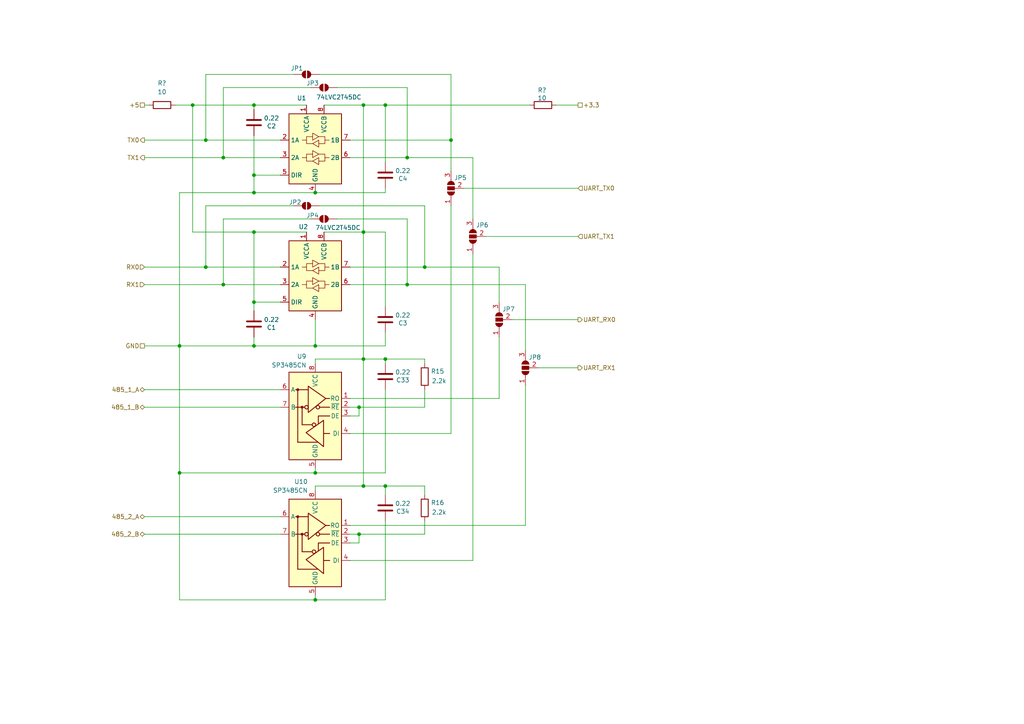
<source format=kicad_sch>
(kicad_sch
	(version 20250114)
	(generator "eeschema")
	(generator_version "9.0")
	(uuid "710700cf-32c3-4ebe-bbaf-9b7a67e4e118")
	(paper "A4")
	(lib_symbols
		(symbol "Device:C"
			(pin_numbers
				(hide yes)
			)
			(pin_names
				(offset 0.254)
			)
			(exclude_from_sim no)
			(in_bom yes)
			(on_board yes)
			(property "Reference" "C"
				(at 0.635 2.54 0)
				(effects
					(font
						(size 1.27 1.27)
					)
					(justify left)
				)
			)
			(property "Value" "C"
				(at 0.635 -2.54 0)
				(effects
					(font
						(size 1.27 1.27)
					)
					(justify left)
				)
			)
			(property "Footprint" ""
				(at 0.9652 -3.81 0)
				(effects
					(font
						(size 1.27 1.27)
					)
					(hide yes)
				)
			)
			(property "Datasheet" "~"
				(at 0 0 0)
				(effects
					(font
						(size 1.27 1.27)
					)
					(hide yes)
				)
			)
			(property "Description" "Unpolarized capacitor"
				(at 0 0 0)
				(effects
					(font
						(size 1.27 1.27)
					)
					(hide yes)
				)
			)
			(property "ki_keywords" "cap capacitor"
				(at 0 0 0)
				(effects
					(font
						(size 1.27 1.27)
					)
					(hide yes)
				)
			)
			(property "ki_fp_filters" "C_*"
				(at 0 0 0)
				(effects
					(font
						(size 1.27 1.27)
					)
					(hide yes)
				)
			)
			(symbol "C_0_1"
				(polyline
					(pts
						(xy -2.032 0.762) (xy 2.032 0.762)
					)
					(stroke
						(width 0.508)
						(type default)
					)
					(fill
						(type none)
					)
				)
				(polyline
					(pts
						(xy -2.032 -0.762) (xy 2.032 -0.762)
					)
					(stroke
						(width 0.508)
						(type default)
					)
					(fill
						(type none)
					)
				)
			)
			(symbol "C_1_1"
				(pin passive line
					(at 0 3.81 270)
					(length 2.794)
					(name "~"
						(effects
							(font
								(size 1.27 1.27)
							)
						)
					)
					(number "1"
						(effects
							(font
								(size 1.27 1.27)
							)
						)
					)
				)
				(pin passive line
					(at 0 -3.81 90)
					(length 2.794)
					(name "~"
						(effects
							(font
								(size 1.27 1.27)
							)
						)
					)
					(number "2"
						(effects
							(font
								(size 1.27 1.27)
							)
						)
					)
				)
			)
			(embedded_fonts no)
		)
		(symbol "Device:R"
			(pin_numbers
				(hide yes)
			)
			(pin_names
				(offset 0)
			)
			(exclude_from_sim no)
			(in_bom yes)
			(on_board yes)
			(property "Reference" "R"
				(at 2.032 0 90)
				(effects
					(font
						(size 1.27 1.27)
					)
				)
			)
			(property "Value" "R"
				(at 0 0 90)
				(effects
					(font
						(size 1.27 1.27)
					)
				)
			)
			(property "Footprint" ""
				(at -1.778 0 90)
				(effects
					(font
						(size 1.27 1.27)
					)
					(hide yes)
				)
			)
			(property "Datasheet" "~"
				(at 0 0 0)
				(effects
					(font
						(size 1.27 1.27)
					)
					(hide yes)
				)
			)
			(property "Description" "Resistor"
				(at 0 0 0)
				(effects
					(font
						(size 1.27 1.27)
					)
					(hide yes)
				)
			)
			(property "ki_keywords" "R res resistor"
				(at 0 0 0)
				(effects
					(font
						(size 1.27 1.27)
					)
					(hide yes)
				)
			)
			(property "ki_fp_filters" "R_*"
				(at 0 0 0)
				(effects
					(font
						(size 1.27 1.27)
					)
					(hide yes)
				)
			)
			(symbol "R_0_1"
				(rectangle
					(start -1.016 -2.54)
					(end 1.016 2.54)
					(stroke
						(width 0.254)
						(type default)
					)
					(fill
						(type none)
					)
				)
			)
			(symbol "R_1_1"
				(pin passive line
					(at 0 3.81 270)
					(length 1.27)
					(name "~"
						(effects
							(font
								(size 1.27 1.27)
							)
						)
					)
					(number "1"
						(effects
							(font
								(size 1.27 1.27)
							)
						)
					)
				)
				(pin passive line
					(at 0 -3.81 90)
					(length 1.27)
					(name "~"
						(effects
							(font
								(size 1.27 1.27)
							)
						)
					)
					(number "2"
						(effects
							(font
								(size 1.27 1.27)
							)
						)
					)
				)
			)
			(embedded_fonts no)
		)
		(symbol "Interface_UART:SP3485CN"
			(exclude_from_sim no)
			(in_bom yes)
			(on_board yes)
			(property "Reference" "U"
				(at -7.62 13.97 0)
				(effects
					(font
						(size 1.27 1.27)
					)
					(justify left)
				)
			)
			(property "Value" "SP3485CN"
				(at 1.905 13.97 0)
				(effects
					(font
						(size 1.27 1.27)
					)
					(justify left)
				)
			)
			(property "Footprint" "Package_SO:SOIC-8_3.9x4.9mm_P1.27mm"
				(at 26.67 -8.89 0)
				(effects
					(font
						(size 1.27 1.27)
						(italic yes)
					)
					(hide yes)
				)
			)
			(property "Datasheet" "http://www.icbase.com/pdf/SPX/SPX00480106.pdf"
				(at 0 0 0)
				(effects
					(font
						(size 1.27 1.27)
					)
					(hide yes)
				)
			)
			(property "Description" "3.3V Low Power Half-Duplex RS-485 Transceiver 10Mbps, SOIC-8"
				(at 0 0 0)
				(effects
					(font
						(size 1.27 1.27)
					)
					(hide yes)
				)
			)
			(property "ki_keywords" "Low Power Half-Duplex RS-485 Transceiver 10Mbps"
				(at 0 0 0)
				(effects
					(font
						(size 1.27 1.27)
					)
					(hide yes)
				)
			)
			(property "ki_fp_filters" "SOIC*3.9x4.9mm*P1.27mm*"
				(at 0 0 0)
				(effects
					(font
						(size 1.27 1.27)
					)
					(hide yes)
				)
			)
			(symbol "SP3485CN_0_1"
				(rectangle
					(start -7.62 12.7)
					(end 7.62 -12.7)
					(stroke
						(width 0.254)
						(type default)
					)
					(fill
						(type background)
					)
				)
				(polyline
					(pts
						(xy -4.191 2.54) (xy -1.27 2.54)
					)
					(stroke
						(width 0.254)
						(type default)
					)
					(fill
						(type none)
					)
				)
				(polyline
					(pts
						(xy -4.191 0) (xy -0.889 0) (xy -0.889 -2.286)
					)
					(stroke
						(width 0.254)
						(type default)
					)
					(fill
						(type none)
					)
				)
				(polyline
					(pts
						(xy -3.175 5.08) (xy -4.191 5.08) (xy -4.064 5.08)
					)
					(stroke
						(width 0.254)
						(type default)
					)
					(fill
						(type none)
					)
				)
				(polyline
					(pts
						(xy -2.54 -5.08) (xy -4.191 -5.08)
					)
					(stroke
						(width 0.254)
						(type default)
					)
					(fill
						(type none)
					)
				)
				(polyline
					(pts
						(xy -2.413 -5.08) (xy -2.413 -1.27) (xy 2.667 -4.826) (xy -2.413 -8.89) (xy -2.413 -5.08)
					)
					(stroke
						(width 0.254)
						(type default)
					)
					(fill
						(type none)
					)
				)
				(polyline
					(pts
						(xy -0.635 -7.62) (xy 5.08 -7.62)
					)
					(stroke
						(width 0.254)
						(type default)
					)
					(fill
						(type none)
					)
				)
				(circle
					(center 0.381 -2.54)
					(radius 0.508)
					(stroke
						(width 0.254)
						(type default)
					)
					(fill
						(type none)
					)
				)
				(polyline
					(pts
						(xy 0.889 -2.54) (xy 3.81 -2.54)
					)
					(stroke
						(width 0.254)
						(type default)
					)
					(fill
						(type none)
					)
				)
				(polyline
					(pts
						(xy 2.032 7.62) (xy 5.715 7.62)
					)
					(stroke
						(width 0.254)
						(type default)
					)
					(fill
						(type none)
					)
				)
				(polyline
					(pts
						(xy 3.048 2.54) (xy 5.715 2.54)
					)
					(stroke
						(width 0.254)
						(type default)
					)
					(fill
						(type none)
					)
				)
				(circle
					(center 3.81 2.54)
					(radius 0.2794)
					(stroke
						(width 0.254)
						(type default)
					)
					(fill
						(type outline)
					)
				)
				(polyline
					(pts
						(xy 3.81 -2.54) (xy 3.81 2.54)
					)
					(stroke
						(width 0.254)
						(type default)
					)
					(fill
						(type none)
					)
				)
				(polyline
					(pts
						(xy 5.08 -7.62) (xy 5.08 7.62)
					)
					(stroke
						(width 0.254)
						(type default)
					)
					(fill
						(type none)
					)
				)
			)
			(symbol "SP3485CN_1_1"
				(circle
					(center -0.762 2.54)
					(radius 0.508)
					(stroke
						(width 0.254)
						(type default)
					)
					(fill
						(type none)
					)
				)
				(polyline
					(pts
						(xy 2.032 4.826) (xy 2.032 8.636) (xy -3.048 5.08) (xy 2.032 1.016) (xy 2.032 4.826)
					)
					(stroke
						(width 0.254)
						(type default)
					)
					(fill
						(type none)
					)
				)
				(circle
					(center 2.54 2.54)
					(radius 0.508)
					(stroke
						(width 0.254)
						(type default)
					)
					(fill
						(type none)
					)
				)
				(circle
					(center 5.08 7.62)
					(radius 0.2794)
					(stroke
						(width 0.254)
						(type default)
					)
					(fill
						(type outline)
					)
				)
				(pin output line
					(at -10.16 5.08 0)
					(length 2.54)
					(name "RO"
						(effects
							(font
								(size 1.27 1.27)
							)
						)
					)
					(number "1"
						(effects
							(font
								(size 1.27 1.27)
							)
						)
					)
				)
				(pin input line
					(at -10.16 2.54 0)
					(length 2.54)
					(name "~{RE}"
						(effects
							(font
								(size 1.27 1.27)
							)
						)
					)
					(number "2"
						(effects
							(font
								(size 1.27 1.27)
							)
						)
					)
				)
				(pin input line
					(at -10.16 0 0)
					(length 2.54)
					(name "DE"
						(effects
							(font
								(size 1.27 1.27)
							)
						)
					)
					(number "3"
						(effects
							(font
								(size 1.27 1.27)
							)
						)
					)
				)
				(pin input line
					(at -10.16 -5.08 0)
					(length 2.54)
					(name "DI"
						(effects
							(font
								(size 1.27 1.27)
							)
						)
					)
					(number "4"
						(effects
							(font
								(size 1.27 1.27)
							)
						)
					)
				)
				(pin power_in line
					(at 0 15.24 270)
					(length 2.54)
					(name "VCC"
						(effects
							(font
								(size 1.27 1.27)
							)
						)
					)
					(number "8"
						(effects
							(font
								(size 1.27 1.27)
							)
						)
					)
				)
				(pin power_in line
					(at 0 -15.24 90)
					(length 2.54)
					(name "GND"
						(effects
							(font
								(size 1.27 1.27)
							)
						)
					)
					(number "5"
						(effects
							(font
								(size 1.27 1.27)
							)
						)
					)
				)
				(pin bidirectional line
					(at 10.16 7.62 180)
					(length 2.54)
					(name "A"
						(effects
							(font
								(size 1.27 1.27)
							)
						)
					)
					(number "6"
						(effects
							(font
								(size 1.27 1.27)
							)
						)
					)
				)
				(pin bidirectional line
					(at 10.16 2.54 180)
					(length 2.54)
					(name "B"
						(effects
							(font
								(size 1.27 1.27)
							)
						)
					)
					(number "7"
						(effects
							(font
								(size 1.27 1.27)
							)
						)
					)
				)
			)
			(embedded_fonts no)
		)
		(symbol "Jumper:SolderJumper_2_Open"
			(pin_numbers
				(hide yes)
			)
			(pin_names
				(offset 0)
				(hide yes)
			)
			(exclude_from_sim no)
			(in_bom no)
			(on_board yes)
			(property "Reference" "JP"
				(at 0 2.032 0)
				(effects
					(font
						(size 1.27 1.27)
					)
				)
			)
			(property "Value" "SolderJumper_2_Open"
				(at 0 -2.54 0)
				(effects
					(font
						(size 1.27 1.27)
					)
				)
			)
			(property "Footprint" ""
				(at 0 0 0)
				(effects
					(font
						(size 1.27 1.27)
					)
					(hide yes)
				)
			)
			(property "Datasheet" "~"
				(at 0 0 0)
				(effects
					(font
						(size 1.27 1.27)
					)
					(hide yes)
				)
			)
			(property "Description" "Solder Jumper, 2-pole, open"
				(at 0 0 0)
				(effects
					(font
						(size 1.27 1.27)
					)
					(hide yes)
				)
			)
			(property "ki_keywords" "solder jumper SPST"
				(at 0 0 0)
				(effects
					(font
						(size 1.27 1.27)
					)
					(hide yes)
				)
			)
			(property "ki_fp_filters" "SolderJumper*Open*"
				(at 0 0 0)
				(effects
					(font
						(size 1.27 1.27)
					)
					(hide yes)
				)
			)
			(symbol "SolderJumper_2_Open_0_1"
				(polyline
					(pts
						(xy -0.254 1.016) (xy -0.254 -1.016)
					)
					(stroke
						(width 0)
						(type default)
					)
					(fill
						(type none)
					)
				)
				(arc
					(start -0.254 -1.016)
					(mid -1.2656 0)
					(end -0.254 1.016)
					(stroke
						(width 0)
						(type default)
					)
					(fill
						(type none)
					)
				)
				(arc
					(start -0.254 -1.016)
					(mid -1.2656 0)
					(end -0.254 1.016)
					(stroke
						(width 0)
						(type default)
					)
					(fill
						(type outline)
					)
				)
				(arc
					(start 0.254 1.016)
					(mid 1.2656 0)
					(end 0.254 -1.016)
					(stroke
						(width 0)
						(type default)
					)
					(fill
						(type none)
					)
				)
				(arc
					(start 0.254 1.016)
					(mid 1.2656 0)
					(end 0.254 -1.016)
					(stroke
						(width 0)
						(type default)
					)
					(fill
						(type outline)
					)
				)
				(polyline
					(pts
						(xy 0.254 1.016) (xy 0.254 -1.016)
					)
					(stroke
						(width 0)
						(type default)
					)
					(fill
						(type none)
					)
				)
			)
			(symbol "SolderJumper_2_Open_1_1"
				(pin passive line
					(at -3.81 0 0)
					(length 2.54)
					(name "A"
						(effects
							(font
								(size 1.27 1.27)
							)
						)
					)
					(number "1"
						(effects
							(font
								(size 1.27 1.27)
							)
						)
					)
				)
				(pin passive line
					(at 3.81 0 180)
					(length 2.54)
					(name "B"
						(effects
							(font
								(size 1.27 1.27)
							)
						)
					)
					(number "2"
						(effects
							(font
								(size 1.27 1.27)
							)
						)
					)
				)
			)
			(embedded_fonts no)
		)
		(symbol "Jumper:SolderJumper_3_Open"
			(pin_names
				(offset 0)
				(hide yes)
			)
			(exclude_from_sim no)
			(in_bom no)
			(on_board yes)
			(property "Reference" "JP"
				(at -2.54 -2.54 0)
				(effects
					(font
						(size 1.27 1.27)
					)
				)
			)
			(property "Value" "SolderJumper_3_Open"
				(at 0 2.794 0)
				(effects
					(font
						(size 1.27 1.27)
					)
				)
			)
			(property "Footprint" ""
				(at 0 0 0)
				(effects
					(font
						(size 1.27 1.27)
					)
					(hide yes)
				)
			)
			(property "Datasheet" "~"
				(at 0 0 0)
				(effects
					(font
						(size 1.27 1.27)
					)
					(hide yes)
				)
			)
			(property "Description" "Solder Jumper, 3-pole, open"
				(at 0 0 0)
				(effects
					(font
						(size 1.27 1.27)
					)
					(hide yes)
				)
			)
			(property "ki_keywords" "Solder Jumper SPDT"
				(at 0 0 0)
				(effects
					(font
						(size 1.27 1.27)
					)
					(hide yes)
				)
			)
			(property "ki_fp_filters" "SolderJumper*Open*"
				(at 0 0 0)
				(effects
					(font
						(size 1.27 1.27)
					)
					(hide yes)
				)
			)
			(symbol "SolderJumper_3_Open_0_1"
				(polyline
					(pts
						(xy -2.54 0) (xy -2.032 0)
					)
					(stroke
						(width 0)
						(type default)
					)
					(fill
						(type none)
					)
				)
				(polyline
					(pts
						(xy -1.016 1.016) (xy -1.016 -1.016)
					)
					(stroke
						(width 0)
						(type default)
					)
					(fill
						(type none)
					)
				)
				(arc
					(start -1.016 -1.016)
					(mid -2.0276 0)
					(end -1.016 1.016)
					(stroke
						(width 0)
						(type default)
					)
					(fill
						(type none)
					)
				)
				(arc
					(start -1.016 -1.016)
					(mid -2.0276 0)
					(end -1.016 1.016)
					(stroke
						(width 0)
						(type default)
					)
					(fill
						(type outline)
					)
				)
				(rectangle
					(start -0.508 1.016)
					(end 0.508 -1.016)
					(stroke
						(width 0)
						(type default)
					)
					(fill
						(type outline)
					)
				)
				(polyline
					(pts
						(xy 0 -1.27) (xy 0 -1.016)
					)
					(stroke
						(width 0)
						(type default)
					)
					(fill
						(type none)
					)
				)
				(arc
					(start 1.016 1.016)
					(mid 2.0276 0)
					(end 1.016 -1.016)
					(stroke
						(width 0)
						(type default)
					)
					(fill
						(type none)
					)
				)
				(arc
					(start 1.016 1.016)
					(mid 2.0276 0)
					(end 1.016 -1.016)
					(stroke
						(width 0)
						(type default)
					)
					(fill
						(type outline)
					)
				)
				(polyline
					(pts
						(xy 1.016 1.016) (xy 1.016 -1.016)
					)
					(stroke
						(width 0)
						(type default)
					)
					(fill
						(type none)
					)
				)
				(polyline
					(pts
						(xy 2.54 0) (xy 2.032 0)
					)
					(stroke
						(width 0)
						(type default)
					)
					(fill
						(type none)
					)
				)
			)
			(symbol "SolderJumper_3_Open_1_1"
				(pin passive line
					(at -5.08 0 0)
					(length 2.54)
					(name "A"
						(effects
							(font
								(size 1.27 1.27)
							)
						)
					)
					(number "1"
						(effects
							(font
								(size 1.27 1.27)
							)
						)
					)
				)
				(pin passive line
					(at 0 -3.81 90)
					(length 2.54)
					(name "C"
						(effects
							(font
								(size 1.27 1.27)
							)
						)
					)
					(number "2"
						(effects
							(font
								(size 1.27 1.27)
							)
						)
					)
				)
				(pin passive line
					(at 5.08 0 180)
					(length 2.54)
					(name "B"
						(effects
							(font
								(size 1.27 1.27)
							)
						)
					)
					(number "3"
						(effects
							(font
								(size 1.27 1.27)
							)
						)
					)
				)
			)
			(embedded_fonts no)
		)
		(symbol "Logic_LevelTranslator:74LVC2T45DC"
			(exclude_from_sim no)
			(in_bom yes)
			(on_board yes)
			(property "Reference" "U"
				(at 6.35 -11.43 0)
				(effects
					(font
						(size 1.27 1.27)
					)
				)
			)
			(property "Value" "74LVC2T45DC"
				(at 10.16 11.43 0)
				(effects
					(font
						(size 1.27 1.27)
					)
				)
			)
			(property "Footprint" "Package_SO:VSSOP-8_2.3x2mm_P0.5mm"
				(at 0 -21.59 0)
				(effects
					(font
						(size 1.27 1.27)
					)
					(hide yes)
				)
			)
			(property "Datasheet" "https://assets.nexperia.com/documents/data-sheet/74LVC_LVCH2T45.pdf"
				(at 6.35 -6.35 0)
				(effects
					(font
						(size 1.27 1.27)
					)
					(hide yes)
				)
			)
			(property "Description" "Dual supply translating transceiver, 3-state, 2-bit, VSSOP-8"
				(at 0 0 0)
				(effects
					(font
						(size 1.27 1.27)
					)
					(hide yes)
				)
			)
			(property "ki_keywords" "Level-Shifter CMOS-TTL-Translation"
				(at 0 0 0)
				(effects
					(font
						(size 1.27 1.27)
					)
					(hide yes)
				)
			)
			(property "ki_fp_filters" "VSSOP*2.3x2mm*P0.5mm*"
				(at 0 0 0)
				(effects
					(font
						(size 1.27 1.27)
					)
					(hide yes)
				)
			)
			(symbol "74LVC2T45DC_1_1"
				(rectangle
					(start -7.62 10.16)
					(end 7.62 -10.16)
					(stroke
						(width 0.254)
						(type default)
					)
					(fill
						(type background)
					)
				)
				(polyline
					(pts
						(xy -2.54 2.54) (xy -2.54 3.556) (xy -0.762 3.556)
					)
					(stroke
						(width 0)
						(type default)
					)
					(fill
						(type none)
					)
				)
				(polyline
					(pts
						(xy -2.54 -2.54) (xy -2.54 -1.524) (xy -0.762 -1.524)
					)
					(stroke
						(width 0)
						(type default)
					)
					(fill
						(type none)
					)
				)
				(polyline
					(pts
						(xy -0.762 2.54) (xy -0.762 4.572) (xy 1.016 3.556) (xy -0.762 2.54)
					)
					(stroke
						(width 0)
						(type default)
					)
					(fill
						(type none)
					)
				)
				(polyline
					(pts
						(xy -0.762 1.524) (xy -2.54 1.524) (xy -2.54 2.54) (xy -3.81 2.54)
					)
					(stroke
						(width 0)
						(type default)
					)
					(fill
						(type none)
					)
				)
				(polyline
					(pts
						(xy -0.762 -2.54) (xy -0.762 -0.508) (xy 1.016 -1.524) (xy -0.762 -2.54)
					)
					(stroke
						(width 0)
						(type default)
					)
					(fill
						(type none)
					)
				)
				(polyline
					(pts
						(xy -0.762 -3.556) (xy -2.54 -3.556) (xy -2.54 -2.54) (xy -3.81 -2.54)
					)
					(stroke
						(width 0)
						(type default)
					)
					(fill
						(type none)
					)
				)
				(polyline
					(pts
						(xy 1.016 3.556) (xy 2.794 3.556) (xy 2.794 2.54) (xy 4.064 2.54)
					)
					(stroke
						(width 0)
						(type default)
					)
					(fill
						(type none)
					)
				)
				(polyline
					(pts
						(xy 1.016 2.54) (xy 1.016 0.762) (xy 1.016 0.508) (xy -0.762 1.524) (xy 1.016 2.54)
					)
					(stroke
						(width 0)
						(type default)
					)
					(fill
						(type none)
					)
				)
				(polyline
					(pts
						(xy 1.016 -1.524) (xy 2.794 -1.524) (xy 2.794 -2.54) (xy 4.064 -2.54)
					)
					(stroke
						(width 0)
						(type default)
					)
					(fill
						(type none)
					)
				)
				(polyline
					(pts
						(xy 1.016 -2.54) (xy 1.016 -4.318) (xy 1.016 -4.572) (xy -0.762 -3.556) (xy 1.016 -2.54)
					)
					(stroke
						(width 0)
						(type default)
					)
					(fill
						(type none)
					)
				)
				(polyline
					(pts
						(xy 2.794 2.54) (xy 2.794 1.524) (xy 1.016 1.524)
					)
					(stroke
						(width 0)
						(type default)
					)
					(fill
						(type none)
					)
				)
				(polyline
					(pts
						(xy 2.794 -2.54) (xy 2.794 -3.556) (xy 1.016 -3.556)
					)
					(stroke
						(width 0)
						(type default)
					)
					(fill
						(type none)
					)
				)
				(pin bidirectional line
					(at -10.16 2.54 0)
					(length 2.54)
					(name "1A"
						(effects
							(font
								(size 1.27 1.27)
							)
						)
					)
					(number "2"
						(effects
							(font
								(size 1.27 1.27)
							)
						)
					)
				)
				(pin bidirectional line
					(at -10.16 -2.54 0)
					(length 2.54)
					(name "2A"
						(effects
							(font
								(size 1.27 1.27)
							)
						)
					)
					(number "3"
						(effects
							(font
								(size 1.27 1.27)
							)
						)
					)
				)
				(pin input line
					(at -10.16 -7.62 0)
					(length 2.54)
					(name "DIR"
						(effects
							(font
								(size 1.27 1.27)
							)
						)
					)
					(number "5"
						(effects
							(font
								(size 1.27 1.27)
							)
						)
					)
				)
				(pin power_in line
					(at -2.54 12.7 270)
					(length 2.54)
					(name "VCCA"
						(effects
							(font
								(size 1.27 1.27)
							)
						)
					)
					(number "1"
						(effects
							(font
								(size 1.27 1.27)
							)
						)
					)
				)
				(pin power_in line
					(at 0 -12.7 90)
					(length 2.54)
					(name "GND"
						(effects
							(font
								(size 1.27 1.27)
							)
						)
					)
					(number "4"
						(effects
							(font
								(size 1.27 1.27)
							)
						)
					)
				)
				(pin power_in line
					(at 2.54 12.7 270)
					(length 2.54)
					(name "VCCB"
						(effects
							(font
								(size 1.27 1.27)
							)
						)
					)
					(number "8"
						(effects
							(font
								(size 1.27 1.27)
							)
						)
					)
				)
				(pin bidirectional line
					(at 10.16 2.54 180)
					(length 2.54)
					(name "1B"
						(effects
							(font
								(size 1.27 1.27)
							)
						)
					)
					(number "7"
						(effects
							(font
								(size 1.27 1.27)
							)
						)
					)
				)
				(pin bidirectional line
					(at 10.16 -2.54 180)
					(length 2.54)
					(name "2B"
						(effects
							(font
								(size 1.27 1.27)
							)
						)
					)
					(number "6"
						(effects
							(font
								(size 1.27 1.27)
							)
						)
					)
				)
			)
			(embedded_fonts no)
		)
	)
	(junction
		(at 105.41 140.97)
		(diameter 0)
		(color 0 0 0 0)
		(uuid "1431e57a-c52f-4241-8524-bc680522a6c8")
	)
	(junction
		(at 73.66 50.8)
		(diameter 0)
		(color 0 0 0 0)
		(uuid "23021142-5505-4095-8573-cde1797d7ace")
	)
	(junction
		(at 105.41 104.14)
		(diameter 0)
		(color 0 0 0 0)
		(uuid "23159e09-d048-4876-98dd-56aec98ec801")
	)
	(junction
		(at 111.76 104.14)
		(diameter 0)
		(color 0 0 0 0)
		(uuid "4cae1049-5673-44e5-802d-f0f2b6e2a728")
	)
	(junction
		(at 111.76 140.97)
		(diameter 0)
		(color 0 0 0 0)
		(uuid "4e59f89b-c584-47a0-b8fb-fb3012e20934")
	)
	(junction
		(at 73.66 30.48)
		(diameter 0)
		(color 0 0 0 0)
		(uuid "5580894f-318f-409f-a51a-1afb64ad1014")
	)
	(junction
		(at 91.44 173.99)
		(diameter 0)
		(color 0 0 0 0)
		(uuid "5585590d-cc08-4bca-9a27-3a174eebe653")
	)
	(junction
		(at 52.07 137.16)
		(diameter 0)
		(color 0 0 0 0)
		(uuid "571157ca-1e9a-4c34-83c7-0e286d6ac7cf")
	)
	(junction
		(at 59.69 40.64)
		(diameter 0)
		(color 0 0 0 0)
		(uuid "5edd768d-9d74-40eb-b4f5-b5fc50d861bb")
	)
	(junction
		(at 52.07 100.33)
		(diameter 0)
		(color 0 0 0 0)
		(uuid "6440df17-65cf-4609-b883-0e6fc40479cd")
	)
	(junction
		(at 104.14 154.94)
		(diameter 0)
		(color 0 0 0 0)
		(uuid "7bc84b7f-d6fa-4564-a31f-00a6e78f238c")
	)
	(junction
		(at 55.88 30.48)
		(diameter 0)
		(color 0 0 0 0)
		(uuid "7f7702ab-185f-4d06-8cc9-92f83b799874")
	)
	(junction
		(at 105.41 30.48)
		(diameter 0)
		(color 0 0 0 0)
		(uuid "96e4fbff-f32c-45c3-ae06-853e139f53b2")
	)
	(junction
		(at 104.14 118.11)
		(diameter 0)
		(color 0 0 0 0)
		(uuid "9a1d3ec2-87fe-452a-8f7e-47983741b6d7")
	)
	(junction
		(at 111.76 30.48)
		(diameter 0)
		(color 0 0 0 0)
		(uuid "aa29fe7d-8723-44cc-8023-a696e528a242")
	)
	(junction
		(at 130.81 40.64)
		(diameter 0)
		(color 0 0 0 0)
		(uuid "b31f5995-4222-4f8b-aa61-c8ba1d20cace")
	)
	(junction
		(at 73.66 100.33)
		(diameter 0)
		(color 0 0 0 0)
		(uuid "be547f4c-3282-41ee-8dab-7edcb3d0a915")
	)
	(junction
		(at 64.77 45.72)
		(diameter 0)
		(color 0 0 0 0)
		(uuid "be681a3b-d14e-4e72-86c5-9caa59dd6278")
	)
	(junction
		(at 118.11 82.55)
		(diameter 0)
		(color 0 0 0 0)
		(uuid "cbaed9ac-f725-47e0-a230-dbbd0ef12432")
	)
	(junction
		(at 73.66 87.63)
		(diameter 0)
		(color 0 0 0 0)
		(uuid "cd592b61-6ec3-478d-ba69-34aaaab6c30e")
	)
	(junction
		(at 73.66 55.88)
		(diameter 0)
		(color 0 0 0 0)
		(uuid "de8d99c8-b994-4556-8159-09ba9e94e0cf")
	)
	(junction
		(at 91.44 137.16)
		(diameter 0)
		(color 0 0 0 0)
		(uuid "e6cc9e71-9384-4f4e-b8a8-e98ca54c3a80")
	)
	(junction
		(at 91.44 100.33)
		(diameter 0)
		(color 0 0 0 0)
		(uuid "eda83f99-3aa1-4a49-b3d7-d8d2917afc70")
	)
	(junction
		(at 91.44 55.88)
		(diameter 0)
		(color 0 0 0 0)
		(uuid "ee6e2431-5848-4292-9744-e7dfd58f0e17")
	)
	(junction
		(at 105.41 67.31)
		(diameter 0)
		(color 0 0 0 0)
		(uuid "efbf02cd-913b-4be5-a099-3ac2d6e15442")
	)
	(junction
		(at 59.69 77.47)
		(diameter 0)
		(color 0 0 0 0)
		(uuid "f1f0256e-a5dc-4d25-b541-017e3392228a")
	)
	(junction
		(at 118.11 45.72)
		(diameter 0)
		(color 0 0 0 0)
		(uuid "f3cf1c2c-ed7f-4fd1-ba8d-b9e4e3af3993")
	)
	(junction
		(at 64.77 82.55)
		(diameter 0)
		(color 0 0 0 0)
		(uuid "f67d9d53-2eaf-441e-8572-f881bc53aa0d")
	)
	(junction
		(at 123.19 77.47)
		(diameter 0)
		(color 0 0 0 0)
		(uuid "f6952957-87cd-47b3-b242-c7c86ba03698")
	)
	(junction
		(at 73.66 67.31)
		(diameter 0)
		(color 0 0 0 0)
		(uuid "f7c49d36-0893-46dc-bb35-cf573537bb11")
	)
	(wire
		(pts
			(xy 73.66 67.31) (xy 88.9 67.31)
		)
		(stroke
			(width 0)
			(type default)
		)
		(uuid "0060027b-bd5d-41a2-857a-9514a70d29ae")
	)
	(wire
		(pts
			(xy 101.6 154.94) (xy 104.14 154.94)
		)
		(stroke
			(width 0)
			(type default)
		)
		(uuid "02488991-c8f4-4047-82c9-ba78092b3e98")
	)
	(wire
		(pts
			(xy 111.76 173.99) (xy 111.76 151.13)
		)
		(stroke
			(width 0)
			(type default)
		)
		(uuid "02b7e58c-aa93-4c19-9596-f040eae45384")
	)
	(wire
		(pts
			(xy 97.79 63.5) (xy 118.11 63.5)
		)
		(stroke
			(width 0)
			(type default)
		)
		(uuid "047931f1-0b9d-4e15-94a5-5ba846c00a92")
	)
	(wire
		(pts
			(xy 59.69 40.64) (xy 81.28 40.64)
		)
		(stroke
			(width 0)
			(type default)
		)
		(uuid "04a3e95c-c1c2-4fa6-9c0e-ca5acb2709ea")
	)
	(wire
		(pts
			(xy 73.66 55.88) (xy 91.44 55.88)
		)
		(stroke
			(width 0)
			(type default)
		)
		(uuid "0780b084-5e6e-4d24-b0c8-e4e6ab3936b6")
	)
	(wire
		(pts
			(xy 105.41 30.48) (xy 111.76 30.48)
		)
		(stroke
			(width 0)
			(type default)
		)
		(uuid "09b5155d-f137-4bac-bb06-57d87731fbdd")
	)
	(wire
		(pts
			(xy 64.77 63.5) (xy 90.17 63.5)
		)
		(stroke
			(width 0)
			(type default)
		)
		(uuid "0ca4b50c-cfa9-4b3f-946b-2e5b3d96b704")
	)
	(wire
		(pts
			(xy 111.76 104.14) (xy 123.19 104.14)
		)
		(stroke
			(width 0)
			(type default)
		)
		(uuid "0daa3481-56b8-4c54-8a10-9b00259ad7a4")
	)
	(wire
		(pts
			(xy 59.69 21.59) (xy 59.69 40.64)
		)
		(stroke
			(width 0)
			(type default)
		)
		(uuid "0fb00c41-fb12-4f01-9b50-fdfe082eb130")
	)
	(wire
		(pts
			(xy 81.28 50.8) (xy 73.66 50.8)
		)
		(stroke
			(width 0)
			(type default)
		)
		(uuid "129ec86e-962f-4c28-b347-8a9519b0c151")
	)
	(wire
		(pts
			(xy 123.19 140.97) (xy 111.76 140.97)
		)
		(stroke
			(width 0)
			(type default)
		)
		(uuid "12a00c2a-fc67-424d-898b-98252815983e")
	)
	(wire
		(pts
			(xy 123.19 143.51) (xy 123.19 140.97)
		)
		(stroke
			(width 0)
			(type default)
		)
		(uuid "13c5d8e5-7ce6-42c3-870e-19b35d86955c")
	)
	(wire
		(pts
			(xy 111.76 54.61) (xy 111.76 55.88)
		)
		(stroke
			(width 0)
			(type default)
		)
		(uuid "14b55018-d0fa-4dab-98f6-d6f6c7624af6")
	)
	(wire
		(pts
			(xy 111.76 96.52) (xy 111.76 100.33)
		)
		(stroke
			(width 0)
			(type default)
		)
		(uuid "17895ebb-f43d-4faa-bcf2-aa43ac5374d0")
	)
	(wire
		(pts
			(xy 91.44 135.89) (xy 91.44 137.16)
		)
		(stroke
			(width 0)
			(type default)
		)
		(uuid "184775fe-fef5-45bd-b87a-2c9d6ee94f9b")
	)
	(wire
		(pts
			(xy 161.29 30.48) (xy 167.64 30.48)
		)
		(stroke
			(width 0)
			(type default)
		)
		(uuid "18b2039b-150b-4855-a144-f2692e8d2272")
	)
	(wire
		(pts
			(xy 111.76 105.41) (xy 111.76 104.14)
		)
		(stroke
			(width 0)
			(type default)
		)
		(uuid "1e6140ae-e8d0-4e2a-b223-e040c36893d0")
	)
	(wire
		(pts
			(xy 152.4 101.6) (xy 152.4 82.55)
		)
		(stroke
			(width 0)
			(type default)
		)
		(uuid "215b585d-7a72-42aa-9424-cdad651e5315")
	)
	(wire
		(pts
			(xy 104.14 118.11) (xy 123.19 118.11)
		)
		(stroke
			(width 0)
			(type default)
		)
		(uuid "22774a39-b76f-4cef-b324-079fd432b0e0")
	)
	(wire
		(pts
			(xy 73.66 39.37) (xy 73.66 50.8)
		)
		(stroke
			(width 0)
			(type default)
		)
		(uuid "23aae3cf-5639-4a87-89cf-e344ee94d92d")
	)
	(wire
		(pts
			(xy 101.6 82.55) (xy 118.11 82.55)
		)
		(stroke
			(width 0)
			(type default)
		)
		(uuid "245f34bf-4592-4ed6-97bc-da84a169231f")
	)
	(wire
		(pts
			(xy 91.44 104.14) (xy 91.44 105.41)
		)
		(stroke
			(width 0)
			(type default)
		)
		(uuid "251e1390-cfc9-4767-b71d-497d732b6d3f")
	)
	(wire
		(pts
			(xy 148.59 92.71) (xy 167.64 92.71)
		)
		(stroke
			(width 0)
			(type default)
		)
		(uuid "2afb395d-7b2a-40ad-af71-baec34d9ae75")
	)
	(wire
		(pts
			(xy 41.91 82.55) (xy 64.77 82.55)
		)
		(stroke
			(width 0)
			(type default)
		)
		(uuid "2c1be039-868e-4f1a-aad4-9f9240573995")
	)
	(wire
		(pts
			(xy 97.79 25.4) (xy 118.11 25.4)
		)
		(stroke
			(width 0)
			(type default)
		)
		(uuid "2da3b731-7286-4c2e-9a3f-d254cb3903e4")
	)
	(wire
		(pts
			(xy 52.07 137.16) (xy 91.44 137.16)
		)
		(stroke
			(width 0)
			(type default)
		)
		(uuid "2edcac11-d80f-42b5-98e4-6c7ffc400f00")
	)
	(wire
		(pts
			(xy 105.41 67.31) (xy 111.76 67.31)
		)
		(stroke
			(width 0)
			(type default)
		)
		(uuid "312814c7-d514-49c7-870c-e7d111265ea1")
	)
	(wire
		(pts
			(xy 41.91 149.86) (xy 81.28 149.86)
		)
		(stroke
			(width 0)
			(type default)
		)
		(uuid "3212c4c8-80e4-4e7d-b95b-b5850d9723da")
	)
	(wire
		(pts
			(xy 123.19 105.41) (xy 123.19 104.14)
		)
		(stroke
			(width 0)
			(type default)
		)
		(uuid "33495cf8-d805-4638-b05b-147e3c0885a1")
	)
	(wire
		(pts
			(xy 101.6 125.73) (xy 130.81 125.73)
		)
		(stroke
			(width 0)
			(type default)
		)
		(uuid "373344ad-97c4-4cb8-bd28-048ba26e2175")
	)
	(wire
		(pts
			(xy 73.66 55.88) (xy 52.07 55.88)
		)
		(stroke
			(width 0)
			(type default)
		)
		(uuid "3f2c82f8-adc3-4fd2-85e4-3470cc3f60d9")
	)
	(wire
		(pts
			(xy 104.14 154.94) (xy 123.19 154.94)
		)
		(stroke
			(width 0)
			(type default)
		)
		(uuid "4078abe7-731b-45f8-9149-4af83691067e")
	)
	(wire
		(pts
			(xy 85.09 59.69) (xy 59.69 59.69)
		)
		(stroke
			(width 0)
			(type default)
		)
		(uuid "40ee2333-410b-4334-8377-cc8aed4078d6")
	)
	(wire
		(pts
			(xy 52.07 137.16) (xy 52.07 100.33)
		)
		(stroke
			(width 0)
			(type default)
		)
		(uuid "417fa23a-71a9-48ef-b699-20bf0bfb1368")
	)
	(wire
		(pts
			(xy 104.14 120.65) (xy 101.6 120.65)
		)
		(stroke
			(width 0)
			(type default)
		)
		(uuid "428f7849-7b90-406e-bc2b-dcb56a5a462a")
	)
	(wire
		(pts
			(xy 41.91 45.72) (xy 64.77 45.72)
		)
		(stroke
			(width 0)
			(type default)
		)
		(uuid "42f637d0-649c-408f-8593-65327d0abc02")
	)
	(wire
		(pts
			(xy 105.41 104.14) (xy 111.76 104.14)
		)
		(stroke
			(width 0)
			(type default)
		)
		(uuid "43e08c7c-2608-421c-9ecd-7668025f3e83")
	)
	(wire
		(pts
			(xy 73.66 100.33) (xy 91.44 100.33)
		)
		(stroke
			(width 0)
			(type default)
		)
		(uuid "45495abd-02e7-417c-811f-7f84c184a92c")
	)
	(wire
		(pts
			(xy 101.6 152.4) (xy 152.4 152.4)
		)
		(stroke
			(width 0)
			(type default)
		)
		(uuid "4552192e-a91c-4345-8825-d876ab7a1c39")
	)
	(wire
		(pts
			(xy 144.78 77.47) (xy 144.78 87.63)
		)
		(stroke
			(width 0)
			(type default)
		)
		(uuid "474dd99c-a8b5-4383-bb78-4446e7bb096c")
	)
	(wire
		(pts
			(xy 104.14 154.94) (xy 104.14 157.48)
		)
		(stroke
			(width 0)
			(type default)
		)
		(uuid "4a65d9fd-5c99-410f-925a-00c7533284c8")
	)
	(wire
		(pts
			(xy 64.77 82.55) (xy 81.28 82.55)
		)
		(stroke
			(width 0)
			(type default)
		)
		(uuid "4bad9d22-10b5-4c0c-a8bd-716f3d72d538")
	)
	(wire
		(pts
			(xy 52.07 173.99) (xy 52.07 137.16)
		)
		(stroke
			(width 0)
			(type default)
		)
		(uuid "4bd54e52-4c71-4239-91d8-22fa07a55c47")
	)
	(wire
		(pts
			(xy 92.71 21.59) (xy 130.81 21.59)
		)
		(stroke
			(width 0)
			(type default)
		)
		(uuid "4dabed90-d607-4900-acd5-495f5a33dda6")
	)
	(wire
		(pts
			(xy 123.19 151.13) (xy 123.19 154.94)
		)
		(stroke
			(width 0)
			(type default)
		)
		(uuid "51b28683-29d4-436d-8fb6-3e6fc4d21c1e")
	)
	(wire
		(pts
			(xy 91.44 92.71) (xy 91.44 100.33)
		)
		(stroke
			(width 0)
			(type default)
		)
		(uuid "5509818a-00fe-4e63-a388-636445d33875")
	)
	(wire
		(pts
			(xy 91.44 173.99) (xy 91.44 172.72)
		)
		(stroke
			(width 0)
			(type default)
		)
		(uuid "60d2320c-b379-45f2-b631-04e933ea2850")
	)
	(wire
		(pts
			(xy 137.16 162.56) (xy 101.6 162.56)
		)
		(stroke
			(width 0)
			(type default)
		)
		(uuid "624ae2d1-0430-423b-b250-891ee8974686")
	)
	(wire
		(pts
			(xy 41.91 77.47) (xy 59.69 77.47)
		)
		(stroke
			(width 0)
			(type default)
		)
		(uuid "646aff9d-08b1-49f3-9e2b-310c1c607276")
	)
	(wire
		(pts
			(xy 41.91 30.48) (xy 43.18 30.48)
		)
		(stroke
			(width 0)
			(type default)
		)
		(uuid "6487bcc6-4f3b-4d01-bfe3-723942c704a5")
	)
	(wire
		(pts
			(xy 91.44 142.24) (xy 91.44 140.97)
		)
		(stroke
			(width 0)
			(type default)
		)
		(uuid "6585e581-f746-42fd-8c28-c5a2094d2c87")
	)
	(wire
		(pts
			(xy 73.66 67.31) (xy 55.88 67.31)
		)
		(stroke
			(width 0)
			(type default)
		)
		(uuid "66666920-f2cc-441c-8e03-ae85130c4736")
	)
	(wire
		(pts
			(xy 59.69 77.47) (xy 81.28 77.47)
		)
		(stroke
			(width 0)
			(type default)
		)
		(uuid "6d5f2b2e-b216-4216-9fe5-09c965182cc8")
	)
	(wire
		(pts
			(xy 118.11 82.55) (xy 152.4 82.55)
		)
		(stroke
			(width 0)
			(type default)
		)
		(uuid "6d8205c4-811a-4201-bbfd-66da21779849")
	)
	(wire
		(pts
			(xy 111.76 30.48) (xy 111.76 46.99)
		)
		(stroke
			(width 0)
			(type default)
		)
		(uuid "6ef0cdb6-7228-4ef5-bb55-b83e02dbd8b3")
	)
	(wire
		(pts
			(xy 91.44 137.16) (xy 111.76 137.16)
		)
		(stroke
			(width 0)
			(type default)
		)
		(uuid "72d843de-c082-4833-865d-97abe5d52330")
	)
	(wire
		(pts
			(xy 105.41 30.48) (xy 105.41 67.31)
		)
		(stroke
			(width 0)
			(type default)
		)
		(uuid "794f5e17-e633-411b-b59d-04d5fbcb7255")
	)
	(wire
		(pts
			(xy 73.66 30.48) (xy 88.9 30.48)
		)
		(stroke
			(width 0)
			(type default)
		)
		(uuid "7bc756e7-2465-474c-b444-bdff96927f2b")
	)
	(wire
		(pts
			(xy 144.78 97.79) (xy 144.78 115.57)
		)
		(stroke
			(width 0)
			(type default)
		)
		(uuid "7eeb54ef-c1aa-46ed-acf3-156401ec5cae")
	)
	(wire
		(pts
			(xy 152.4 111.76) (xy 152.4 152.4)
		)
		(stroke
			(width 0)
			(type default)
		)
		(uuid "80a3983a-9023-4361-91dc-5538e8d8097f")
	)
	(wire
		(pts
			(xy 91.44 173.99) (xy 52.07 173.99)
		)
		(stroke
			(width 0)
			(type default)
		)
		(uuid "838210d0-2646-44d1-a875-c1e92d9f43c0")
	)
	(wire
		(pts
			(xy 73.66 87.63) (xy 73.66 67.31)
		)
		(stroke
			(width 0)
			(type default)
		)
		(uuid "86be2595-8e66-4564-9a5f-af6cea3aa8c4")
	)
	(wire
		(pts
			(xy 156.21 106.68) (xy 167.64 106.68)
		)
		(stroke
			(width 0)
			(type default)
		)
		(uuid "8b9e773d-f236-47a8-aa24-89ef78b44ea8")
	)
	(wire
		(pts
			(xy 90.17 25.4) (xy 64.77 25.4)
		)
		(stroke
			(width 0)
			(type default)
		)
		(uuid "8e36a119-fc99-4c6c-b4c2-fcc3246cf113")
	)
	(wire
		(pts
			(xy 64.77 25.4) (xy 64.77 45.72)
		)
		(stroke
			(width 0)
			(type default)
		)
		(uuid "92bb76ee-ce53-4c7d-b65c-8f4e604f1ab8")
	)
	(wire
		(pts
			(xy 91.44 173.99) (xy 111.76 173.99)
		)
		(stroke
			(width 0)
			(type default)
		)
		(uuid "93b0af36-5350-4181-b944-c1028cb8cd5d")
	)
	(wire
		(pts
			(xy 93.98 67.31) (xy 105.41 67.31)
		)
		(stroke
			(width 0)
			(type default)
		)
		(uuid "950a05c1-362f-42d7-87fd-8d62d97d3da0")
	)
	(wire
		(pts
			(xy 93.98 30.48) (xy 105.41 30.48)
		)
		(stroke
			(width 0)
			(type default)
		)
		(uuid "96987056-551c-4635-83f2-a6a8c0d05462")
	)
	(wire
		(pts
			(xy 111.76 113.03) (xy 111.76 137.16)
		)
		(stroke
			(width 0)
			(type default)
		)
		(uuid "980a604f-96b2-4b65-9e8c-cda453961822")
	)
	(wire
		(pts
			(xy 101.6 45.72) (xy 118.11 45.72)
		)
		(stroke
			(width 0)
			(type default)
		)
		(uuid "9818220e-a64a-478f-beba-ce334226f5f7")
	)
	(wire
		(pts
			(xy 81.28 87.63) (xy 73.66 87.63)
		)
		(stroke
			(width 0)
			(type default)
		)
		(uuid "9867d027-0f25-47e2-b49c-0bc199d8c757")
	)
	(wire
		(pts
			(xy 123.19 59.69) (xy 123.19 77.47)
		)
		(stroke
			(width 0)
			(type default)
		)
		(uuid "98804307-5560-4288-8203-7600c0d9db6e")
	)
	(wire
		(pts
			(xy 41.91 118.11) (xy 81.28 118.11)
		)
		(stroke
			(width 0)
			(type default)
		)
		(uuid "9becd436-029b-4cb7-a8bc-9cd381e41bd4")
	)
	(wire
		(pts
			(xy 91.44 104.14) (xy 105.41 104.14)
		)
		(stroke
			(width 0)
			(type default)
		)
		(uuid "9e3413f9-f152-48f6-8774-931e3acdf0b7")
	)
	(wire
		(pts
			(xy 134.62 54.61) (xy 167.64 54.61)
		)
		(stroke
			(width 0)
			(type default)
		)
		(uuid "a0954881-d44e-4cef-a9bb-74d6b4a2340c")
	)
	(wire
		(pts
			(xy 73.66 30.48) (xy 73.66 31.75)
		)
		(stroke
			(width 0)
			(type default)
		)
		(uuid "a67c97a5-6e98-4222-a244-9491dd7b3ad9")
	)
	(wire
		(pts
			(xy 64.77 45.72) (xy 81.28 45.72)
		)
		(stroke
			(width 0)
			(type default)
		)
		(uuid "a7cdadc8-6bae-4795-89a1-d138582c19a2")
	)
	(wire
		(pts
			(xy 101.6 40.64) (xy 130.81 40.64)
		)
		(stroke
			(width 0)
			(type default)
		)
		(uuid "a844ea27-79ee-413a-8e4e-4a15faf84fbf")
	)
	(wire
		(pts
			(xy 73.66 50.8) (xy 73.66 55.88)
		)
		(stroke
			(width 0)
			(type default)
		)
		(uuid "aceafb55-01cb-4e5a-992d-3141315b2ef7")
	)
	(wire
		(pts
			(xy 91.44 100.33) (xy 111.76 100.33)
		)
		(stroke
			(width 0)
			(type default)
		)
		(uuid "af88fe4b-ddc9-4a44-ae7c-b42d5d3c24ca")
	)
	(wire
		(pts
			(xy 101.6 77.47) (xy 123.19 77.47)
		)
		(stroke
			(width 0)
			(type default)
		)
		(uuid "b21cdd2d-2d93-46f0-a3c7-dbd38f6f4ede")
	)
	(wire
		(pts
			(xy 137.16 45.72) (xy 137.16 63.5)
		)
		(stroke
			(width 0)
			(type default)
		)
		(uuid "b3331119-314c-4d17-ade8-85c6db0d9634")
	)
	(wire
		(pts
			(xy 41.91 100.33) (xy 52.07 100.33)
		)
		(stroke
			(width 0)
			(type default)
		)
		(uuid "b7585f54-350c-4b14-9e9a-49fcf2df7560")
	)
	(wire
		(pts
			(xy 137.16 73.66) (xy 137.16 162.56)
		)
		(stroke
			(width 0)
			(type default)
		)
		(uuid "bb9fb59d-06b7-4cd6-8440-503cbd5b929b")
	)
	(wire
		(pts
			(xy 64.77 63.5) (xy 64.77 82.55)
		)
		(stroke
			(width 0)
			(type default)
		)
		(uuid "bba659dc-131c-4a7b-9815-d22a53ba9cfc")
	)
	(wire
		(pts
			(xy 105.41 140.97) (xy 105.41 104.14)
		)
		(stroke
			(width 0)
			(type default)
		)
		(uuid "bba7a99e-54db-4442-a51a-9c5db1f44dbf")
	)
	(wire
		(pts
			(xy 101.6 118.11) (xy 104.14 118.11)
		)
		(stroke
			(width 0)
			(type default)
		)
		(uuid "bd2b912d-02b4-46cc-a481-15a7d584fca2")
	)
	(wire
		(pts
			(xy 55.88 30.48) (xy 55.88 67.31)
		)
		(stroke
			(width 0)
			(type default)
		)
		(uuid "c37983d4-82a6-4b93-abe1-41c676c94641")
	)
	(wire
		(pts
			(xy 104.14 118.11) (xy 104.14 120.65)
		)
		(stroke
			(width 0)
			(type default)
		)
		(uuid "c381ad43-0f09-4ed5-a4af-7aec84906e8b")
	)
	(wire
		(pts
			(xy 118.11 25.4) (xy 118.11 45.72)
		)
		(stroke
			(width 0)
			(type default)
		)
		(uuid "c39fb4ca-08aa-43bc-b4db-3a583f2126d8")
	)
	(wire
		(pts
			(xy 111.76 140.97) (xy 105.41 140.97)
		)
		(stroke
			(width 0)
			(type default)
		)
		(uuid "c5074685-1d2b-493f-ac16-e243482e487d")
	)
	(wire
		(pts
			(xy 130.81 21.59) (xy 130.81 40.64)
		)
		(stroke
			(width 0)
			(type default)
		)
		(uuid "c96d4d0a-c84c-487f-83d9-21e645d5b1ae")
	)
	(wire
		(pts
			(xy 123.19 113.03) (xy 123.19 118.11)
		)
		(stroke
			(width 0)
			(type default)
		)
		(uuid "ca387fea-ee30-4a23-9a6d-dadf504472d2")
	)
	(wire
		(pts
			(xy 55.88 30.48) (xy 73.66 30.48)
		)
		(stroke
			(width 0)
			(type default)
		)
		(uuid "cb27a043-babb-4ae5-b7f2-5af41430b2f9")
	)
	(wire
		(pts
			(xy 52.07 55.88) (xy 52.07 100.33)
		)
		(stroke
			(width 0)
			(type default)
		)
		(uuid "cb2c90c4-1670-4844-916e-f77e38bd5de5")
	)
	(wire
		(pts
			(xy 130.81 59.69) (xy 130.81 125.73)
		)
		(stroke
			(width 0)
			(type default)
		)
		(uuid "cfb64f2e-f46f-4a36-bfcb-619ebe8b0d16")
	)
	(wire
		(pts
			(xy 92.71 59.69) (xy 123.19 59.69)
		)
		(stroke
			(width 0)
			(type default)
		)
		(uuid "d2fe913c-acc8-42af-8ae2-d669615b5dda")
	)
	(wire
		(pts
			(xy 73.66 87.63) (xy 73.66 90.17)
		)
		(stroke
			(width 0)
			(type default)
		)
		(uuid "d31ce9b9-dc64-42af-8a31-cc6f25120d45")
	)
	(wire
		(pts
			(xy 59.69 59.69) (xy 59.69 77.47)
		)
		(stroke
			(width 0)
			(type default)
		)
		(uuid "d6a23aa3-77e4-4baf-b798-f8293b810436")
	)
	(wire
		(pts
			(xy 123.19 77.47) (xy 144.78 77.47)
		)
		(stroke
			(width 0)
			(type default)
		)
		(uuid "d959aa3d-800c-4904-8979-f1c6112e19d1")
	)
	(wire
		(pts
			(xy 91.44 55.88) (xy 111.76 55.88)
		)
		(stroke
			(width 0)
			(type default)
		)
		(uuid "d9efb2e9-91d3-4243-8e31-9c3fc424a47d")
	)
	(wire
		(pts
			(xy 111.76 67.31) (xy 111.76 88.9)
		)
		(stroke
			(width 0)
			(type default)
		)
		(uuid "daba163f-da28-4c22-9c95-2c01ce7a6adb")
	)
	(wire
		(pts
			(xy 104.14 157.48) (xy 101.6 157.48)
		)
		(stroke
			(width 0)
			(type default)
		)
		(uuid "e08e6ca1-a699-4925-b8f4-bbfa3934ca81")
	)
	(wire
		(pts
			(xy 59.69 21.59) (xy 85.09 21.59)
		)
		(stroke
			(width 0)
			(type default)
		)
		(uuid "e27ab617-12aa-484f-a460-e31ac22d361a")
	)
	(wire
		(pts
			(xy 118.11 63.5) (xy 118.11 82.55)
		)
		(stroke
			(width 0)
			(type default)
		)
		(uuid "e2ef2fe4-e37d-4574-a47d-aee8890c5278")
	)
	(wire
		(pts
			(xy 140.97 68.58) (xy 167.64 68.58)
		)
		(stroke
			(width 0)
			(type default)
		)
		(uuid "e5fb25cb-3dba-4dd3-b74c-18260cd616f6")
	)
	(wire
		(pts
			(xy 111.76 30.48) (xy 153.67 30.48)
		)
		(stroke
			(width 0)
			(type default)
		)
		(uuid "e69309f6-3d25-44d5-b169-cc94a3885eaf")
	)
	(wire
		(pts
			(xy 118.11 45.72) (xy 137.16 45.72)
		)
		(stroke
			(width 0)
			(type default)
		)
		(uuid "eb69a7bd-ce1e-4335-83e9-70f9dea9f52e")
	)
	(wire
		(pts
			(xy 41.91 113.03) (xy 81.28 113.03)
		)
		(stroke
			(width 0)
			(type default)
		)
		(uuid "ebd803e8-5af0-49d3-9b14-3070fddf9e55")
	)
	(wire
		(pts
			(xy 55.88 30.48) (xy 50.8 30.48)
		)
		(stroke
			(width 0)
			(type default)
		)
		(uuid "ec8110da-42a5-480a-bff0-8192e35f0877")
	)
	(wire
		(pts
			(xy 73.66 97.79) (xy 73.66 100.33)
		)
		(stroke
			(width 0)
			(type default)
		)
		(uuid "ecd1b98d-7151-4552-8e7a-4ed52b06edda")
	)
	(wire
		(pts
			(xy 105.41 67.31) (xy 105.41 104.14)
		)
		(stroke
			(width 0)
			(type default)
		)
		(uuid "f07d750d-d4c8-4e14-b738-6301ca094681")
	)
	(wire
		(pts
			(xy 41.91 154.94) (xy 81.28 154.94)
		)
		(stroke
			(width 0)
			(type default)
		)
		(uuid "f494cecc-4c51-4a5f-81d4-c959124295b4")
	)
	(wire
		(pts
			(xy 52.07 100.33) (xy 73.66 100.33)
		)
		(stroke
			(width 0)
			(type default)
		)
		(uuid "f5e28358-8d68-4647-9e3e-3df2b69d2802")
	)
	(wire
		(pts
			(xy 101.6 115.57) (xy 144.78 115.57)
		)
		(stroke
			(width 0)
			(type default)
		)
		(uuid "f85b29af-6139-4fa5-a8fc-b11304aa0d1a")
	)
	(wire
		(pts
			(xy 91.44 140.97) (xy 105.41 140.97)
		)
		(stroke
			(width 0)
			(type default)
		)
		(uuid "f86fd384-0ec2-45d3-ba60-65eecba0cac5")
	)
	(wire
		(pts
			(xy 41.91 40.64) (xy 59.69 40.64)
		)
		(stroke
			(width 0)
			(type default)
		)
		(uuid "fbcb8aca-a3c8-4b46-ae99-be4f75d091e5")
	)
	(wire
		(pts
			(xy 111.76 140.97) (xy 111.76 143.51)
		)
		(stroke
			(width 0)
			(type default)
		)
		(uuid "fc8cfcfe-c0d7-47f6-8d08-dd6af952b3a1")
	)
	(wire
		(pts
			(xy 130.81 40.64) (xy 130.81 49.53)
		)
		(stroke
			(width 0)
			(type default)
		)
		(uuid "fd8b24ef-7d29-40c4-a030-1285c391f981")
	)
	(hierarchical_label "GND"
		(shape passive)
		(at 41.91 100.33 180)
		(effects
			(font
				(size 1.27 1.27)
			)
			(justify right)
		)
		(uuid "0103e263-6a3e-4e00-9216-8058075560b6")
	)
	(hierarchical_label "485_2_A"
		(shape bidirectional)
		(at 41.91 149.86 180)
		(effects
			(font
				(size 1.27 1.27)
			)
			(justify right)
		)
		(uuid "06df8ce5-8ac4-4e4e-adaf-8eb502575bb1")
	)
	(hierarchical_label "TX0"
		(shape output)
		(at 41.91 40.64 180)
		(effects
			(font
				(size 1.27 1.27)
			)
			(justify right)
		)
		(uuid "072180b8-b036-4c60-ae30-7b9622bc97b4")
	)
	(hierarchical_label "485_2_B"
		(shape bidirectional)
		(at 41.91 154.94 180)
		(effects
			(font
				(size 1.27 1.27)
			)
			(justify right)
		)
		(uuid "28ee090d-7e41-4190-870d-4040ee82c85a")
	)
	(hierarchical_label "UART_TX0"
		(shape input)
		(at 167.64 54.61 0)
		(effects
			(font
				(size 1.27 1.27)
			)
			(justify left)
		)
		(uuid "4084e341-245d-41d8-99d0-919e3ef8ac9b")
	)
	(hierarchical_label "+3.3"
		(shape passive)
		(at 167.64 30.48 0)
		(effects
			(font
				(size 1.27 1.27)
			)
			(justify left)
		)
		(uuid "44fb16d6-86d2-4e8f-a234-103be120b22e")
	)
	(hierarchical_label "UART_RX0"
		(shape output)
		(at 167.64 92.71 0)
		(effects
			(font
				(size 1.27 1.27)
			)
			(justify left)
		)
		(uuid "5d0d8769-94cf-475d-8b8f-775747ab03c2")
	)
	(hierarchical_label "485_1_B"
		(shape bidirectional)
		(at 41.91 118.11 180)
		(effects
			(font
				(size 1.27 1.27)
			)
			(justify right)
		)
		(uuid "7ccbddd9-e775-440d-8adf-43bf98dad3c9")
	)
	(hierarchical_label "+5"
		(shape passive)
		(at 41.91 30.48 180)
		(effects
			(font
				(size 1.27 1.27)
			)
			(justify right)
		)
		(uuid "c01316a0-693d-49c4-85ae-01932bea85e3")
	)
	(hierarchical_label "UART_RX1"
		(shape output)
		(at 167.64 106.68 0)
		(effects
			(font
				(size 1.27 1.27)
			)
			(justify left)
		)
		(uuid "d190664d-25ca-4d53-a56e-c0182ee79c5a")
	)
	(hierarchical_label "485_1_A"
		(shape bidirectional)
		(at 41.91 113.03 180)
		(effects
			(font
				(size 1.27 1.27)
			)
			(justify right)
		)
		(uuid "e4bcbb1e-2d0a-46fb-b426-2ea90e6298ea")
	)
	(hierarchical_label "UART_TX1"
		(shape input)
		(at 167.64 68.58 0)
		(effects
			(font
				(size 1.27 1.27)
			)
			(justify left)
		)
		(uuid "e734c5de-ca49-429e-b64e-0f5e87e446ad")
	)
	(hierarchical_label "TX1"
		(shape output)
		(at 41.91 45.72 180)
		(effects
			(font
				(size 1.27 1.27)
			)
			(justify right)
		)
		(uuid "edbcbf59-d39f-4c87-9498-28e08a599839")
	)
	(hierarchical_label "RX0"
		(shape input)
		(at 41.91 77.47 180)
		(effects
			(font
				(size 1.27 1.27)
			)
			(justify right)
		)
		(uuid "f7dd3b5a-0533-40ae-901f-a39ed81ea5c6")
	)
	(hierarchical_label "RX1"
		(shape input)
		(at 41.91 82.55 180)
		(effects
			(font
				(size 1.27 1.27)
			)
			(justify right)
		)
		(uuid "f8012d87-7eca-4bc0-9061-15f79fe07ec0")
	)
	(symbol
		(lib_id "Logic_LevelTranslator:74LVC2T45DC")
		(at 91.44 43.18 0)
		(unit 1)
		(exclude_from_sim no)
		(in_bom yes)
		(on_board yes)
		(dnp no)
		(uuid "02ccc06c-6f18-4175-a08b-f7daf7bf14f6")
		(property "Reference" "U7"
			(at 86.106 28.448 0)
			(effects
				(font
					(size 1.27 1.27)
				)
				(justify left)
			)
		)
		(property "Value" "74LVC2T45DC"
			(at 91.694 28.194 0)
			(effects
				(font
					(size 1.27 1.27)
				)
				(justify left)
			)
		)
		(property "Footprint" "Package_SO:VSSOP-8_2.3x2mm_P0.5mm"
			(at 91.44 64.77 0)
			(effects
				(font
					(size 1.27 1.27)
				)
				(hide yes)
			)
		)
		(property "Datasheet" "https://assets.nexperia.com/documents/data-sheet/74LVC_LVCH2T45.pdf"
			(at 97.79 49.53 0)
			(effects
				(font
					(size 1.27 1.27)
				)
				(hide yes)
			)
		)
		(property "Description" "Dual supply translating transceiver, 3-state, 2-bit, VSSOP-8"
			(at 91.44 43.18 0)
			(effects
				(font
					(size 1.27 1.27)
				)
				(hide yes)
			)
		)
		(pin "2"
			(uuid "6a4d6b3c-d48d-42e4-916c-764afa050a81")
		)
		(pin "6"
			(uuid "c86407c3-b6a6-4cab-aea0-ac6ca69f9b8b")
		)
		(pin "8"
			(uuid "2d455b0d-fca4-48f8-bb7a-b9cb47312b7e")
		)
		(pin "3"
			(uuid "4e0ee0f1-e47d-47bd-954b-6c8ff92de8ae")
		)
		(pin "1"
			(uuid "5051b7f7-46b8-4af0-ad40-10886369fb84")
		)
		(pin "4"
			(uuid "f4d58a66-e6a6-4360-8c5e-3fab3efe5c8b")
		)
		(pin "7"
			(uuid "f9109920-bdde-4b70-8d10-eb073e0f550c")
		)
		(pin "5"
			(uuid "85842f10-ad52-4da5-a4c2-03b511e88a5b")
		)
		(instances
			(project ""
				(path "/710700cf-32c3-4ebe-bbaf-9b7a67e4e118"
					(reference "U1")
					(unit 1)
				)
			)
			(project "3axis-magnitometer"
				(path "/c590c88d-27c9-4e5a-a435-a42d9de70c1c/83e74227-fab1-47ae-b3ea-3e1f54a43bc9"
					(reference "U7")
					(unit 1)
				)
			)
		)
	)
	(symbol
		(lib_id "Device:R")
		(at 123.19 147.32 0)
		(unit 1)
		(exclude_from_sim no)
		(in_bom yes)
		(on_board yes)
		(dnp no)
		(uuid "073fe3eb-b178-4c70-841c-a836afecd2f4")
		(property "Reference" "R16"
			(at 124.968 145.796 0)
			(effects
				(font
					(size 1.27 1.27)
				)
				(justify left)
			)
		)
		(property "Value" "2.2k"
			(at 125.222 148.59 0)
			(effects
				(font
					(size 1.27 1.27)
				)
				(justify left)
			)
		)
		(property "Footprint" "Resistor_SMD:R_0805_2012Metric"
			(at 121.412 147.32 90)
			(effects
				(font
					(size 1.27 1.27)
				)
				(hide yes)
			)
		)
		(property "Datasheet" "~"
			(at 123.19 147.32 0)
			(effects
				(font
					(size 1.27 1.27)
				)
				(hide yes)
			)
		)
		(property "Description" "Resistor"
			(at 123.19 147.32 0)
			(effects
				(font
					(size 1.27 1.27)
				)
				(hide yes)
			)
		)
		(pin "2"
			(uuid "c7eb96c4-c664-4364-a3b8-6c4c477348fc")
		)
		(pin "1"
			(uuid "f1c7c8b6-a05e-4d7c-a5aa-853167a8f392")
		)
		(instances
			(project "3axis-magnitometer"
				(path "/c590c88d-27c9-4e5a-a435-a42d9de70c1c/83e74227-fab1-47ae-b3ea-3e1f54a43bc9"
					(reference "R16")
					(unit 1)
				)
			)
		)
	)
	(symbol
		(lib_id "Jumper:SolderJumper_3_Open")
		(at 137.16 68.58 90)
		(unit 1)
		(exclude_from_sim no)
		(in_bom no)
		(on_board yes)
		(dnp no)
		(uuid "07f5be0f-5701-44b6-8939-eb5e7450d863")
		(property "Reference" "JP6"
			(at 141.732 65.278 90)
			(effects
				(font
					(size 1.27 1.27)
				)
				(justify left)
			)
		)
		(property "Value" "SolderJumper_3_Open"
			(at 134.62 69.8499 90)
			(effects
				(font
					(size 1.27 1.27)
				)
				(justify left)
				(hide yes)
			)
		)
		(property "Footprint" "Jumper:SolderJumper-3_P1.3mm_Open_Pad1.0x1.5mm"
			(at 137.16 68.58 0)
			(effects
				(font
					(size 1.27 1.27)
				)
				(hide yes)
			)
		)
		(property "Datasheet" "~"
			(at 137.16 68.58 0)
			(effects
				(font
					(size 1.27 1.27)
				)
				(hide yes)
			)
		)
		(property "Description" "Solder Jumper, 3-pole, open"
			(at 137.16 68.58 0)
			(effects
				(font
					(size 1.27 1.27)
				)
				(hide yes)
			)
		)
		(pin "3"
			(uuid "36dda593-957f-4c28-a010-3eb59077ca6e")
		)
		(pin "1"
			(uuid "c6680a16-1ec9-455b-a804-e58c59607c5b")
		)
		(pin "2"
			(uuid "9f45c1e1-0be9-4a64-9c45-e73e7482f551")
		)
		(instances
			(project "3axis-magnitometer"
				(path "/c590c88d-27c9-4e5a-a435-a42d9de70c1c/83e74227-fab1-47ae-b3ea-3e1f54a43bc9"
					(reference "JP6")
					(unit 1)
				)
			)
		)
	)
	(symbol
		(lib_id "Jumper:SolderJumper_3_Open")
		(at 144.78 92.71 90)
		(unit 1)
		(exclude_from_sim no)
		(in_bom no)
		(on_board yes)
		(dnp no)
		(uuid "1ae4ec7e-4889-4215-b200-58ef6780b43a")
		(property "Reference" "JP7"
			(at 149.352 89.662 90)
			(effects
				(font
					(size 1.27 1.27)
				)
				(justify left)
			)
		)
		(property "Value" "SolderJumper_3_Open"
			(at 142.24 93.9799 90)
			(effects
				(font
					(size 1.27 1.27)
				)
				(justify left)
				(hide yes)
			)
		)
		(property "Footprint" "Jumper:SolderJumper-3_P1.3mm_Open_Pad1.0x1.5mm"
			(at 144.78 92.71 0)
			(effects
				(font
					(size 1.27 1.27)
				)
				(hide yes)
			)
		)
		(property "Datasheet" "~"
			(at 144.78 92.71 0)
			(effects
				(font
					(size 1.27 1.27)
				)
				(hide yes)
			)
		)
		(property "Description" "Solder Jumper, 3-pole, open"
			(at 144.78 92.71 0)
			(effects
				(font
					(size 1.27 1.27)
				)
				(hide yes)
			)
		)
		(pin "3"
			(uuid "96a7d48e-5b3f-4aa0-9b4e-64f3b351b3d1")
		)
		(pin "1"
			(uuid "27b24474-67a0-4650-b089-3ffd1ad300b5")
		)
		(pin "2"
			(uuid "2d1a03d4-bc1d-4be3-81b5-9178915e59ce")
		)
		(instances
			(project "3axis-magnitometer"
				(path "/c590c88d-27c9-4e5a-a435-a42d9de70c1c/83e74227-fab1-47ae-b3ea-3e1f54a43bc9"
					(reference "JP7")
					(unit 1)
				)
			)
		)
	)
	(symbol
		(lib_id "Jumper:SolderJumper_2_Open")
		(at 93.98 25.4 0)
		(unit 1)
		(exclude_from_sim no)
		(in_bom no)
		(on_board yes)
		(dnp no)
		(uuid "1b579248-0ae9-43d5-9b7f-0ff124e1c549")
		(property "Reference" "JP3"
			(at 90.678 24.13 0)
			(effects
				(font
					(size 1.27 1.27)
				)
			)
		)
		(property "Value" "SolderJumper_2_Open"
			(at 93.98 21.59 0)
			(effects
				(font
					(size 1.27 1.27)
				)
				(hide yes)
			)
		)
		(property "Footprint" "Jumper:SolderJumper-2_P1.3mm_Open_Pad1.0x1.5mm"
			(at 93.98 25.4 0)
			(effects
				(font
					(size 1.27 1.27)
				)
				(hide yes)
			)
		)
		(property "Datasheet" "~"
			(at 93.98 25.4 0)
			(effects
				(font
					(size 1.27 1.27)
				)
				(hide yes)
			)
		)
		(property "Description" "Solder Jumper, 2-pole, open"
			(at 93.98 25.4 0)
			(effects
				(font
					(size 1.27 1.27)
				)
				(hide yes)
			)
		)
		(pin "2"
			(uuid "2224bd87-e2d4-4d21-932e-03d5d869aced")
		)
		(pin "1"
			(uuid "2f091e23-c5c6-4cf1-8f87-6ac3fb96fab7")
		)
		(instances
			(project ""
				(path "/c590c88d-27c9-4e5a-a435-a42d9de70c1c/83e74227-fab1-47ae-b3ea-3e1f54a43bc9"
					(reference "JP3")
					(unit 1)
				)
			)
		)
	)
	(symbol
		(lib_id "Jumper:SolderJumper_2_Open")
		(at 93.98 63.5 0)
		(unit 1)
		(exclude_from_sim no)
		(in_bom no)
		(on_board yes)
		(dnp no)
		(uuid "36c41124-5466-41c4-8abd-c152488ca78d")
		(property "Reference" "JP4"
			(at 90.678 62.484 0)
			(effects
				(font
					(size 1.27 1.27)
				)
			)
		)
		(property "Value" "SolderJumper_2_Open"
			(at 93.98 59.69 0)
			(effects
				(font
					(size 1.27 1.27)
				)
				(hide yes)
			)
		)
		(property "Footprint" "Jumper:SolderJumper-2_P1.3mm_Open_Pad1.0x1.5mm"
			(at 93.98 63.5 0)
			(effects
				(font
					(size 1.27 1.27)
				)
				(hide yes)
			)
		)
		(property "Datasheet" "~"
			(at 93.98 63.5 0)
			(effects
				(font
					(size 1.27 1.27)
				)
				(hide yes)
			)
		)
		(property "Description" "Solder Jumper, 2-pole, open"
			(at 93.98 63.5 0)
			(effects
				(font
					(size 1.27 1.27)
				)
				(hide yes)
			)
		)
		(pin "1"
			(uuid "88184c3c-60ad-46cc-8efb-fc3e7adae45f")
		)
		(pin "2"
			(uuid "c1dbac28-bf72-49be-815a-06a0836387cf")
		)
		(instances
			(project ""
				(path "/c590c88d-27c9-4e5a-a435-a42d9de70c1c/83e74227-fab1-47ae-b3ea-3e1f54a43bc9"
					(reference "JP4")
					(unit 1)
				)
			)
		)
	)
	(symbol
		(lib_id "Device:C")
		(at 111.76 109.22 0)
		(unit 1)
		(exclude_from_sim no)
		(in_bom yes)
		(on_board yes)
		(dnp no)
		(uuid "3da3e88f-6a99-433e-b850-6ed80922665c")
		(property "Reference" "C33"
			(at 116.84 110.236 0)
			(effects
				(font
					(size 1.27 1.27)
				)
			)
		)
		(property "Value" "0.22"
			(at 116.84 107.95 0)
			(effects
				(font
					(size 1.27 1.27)
				)
			)
		)
		(property "Footprint" "Capacitor_SMD:C_0805_2012Metric"
			(at 112.7252 113.03 0)
			(effects
				(font
					(size 1.27 1.27)
				)
				(hide yes)
			)
		)
		(property "Datasheet" "~"
			(at 111.76 109.22 0)
			(effects
				(font
					(size 1.27 1.27)
				)
				(hide yes)
			)
		)
		(property "Description" "Unpolarized capacitor"
			(at 111.76 109.22 0)
			(effects
				(font
					(size 1.27 1.27)
				)
				(hide yes)
			)
		)
		(pin "2"
			(uuid "8151abc0-6c3c-42f9-930c-049dd3c6b434")
		)
		(pin "1"
			(uuid "a10eb0aa-e17d-4fa0-ab16-2eb9babff8ba")
		)
		(instances
			(project "3axis-magnitometer"
				(path "/c590c88d-27c9-4e5a-a435-a42d9de70c1c/83e74227-fab1-47ae-b3ea-3e1f54a43bc9"
					(reference "C33")
					(unit 1)
				)
			)
		)
	)
	(symbol
		(lib_id "Jumper:SolderJumper_2_Open")
		(at 88.9 59.69 0)
		(unit 1)
		(exclude_from_sim no)
		(in_bom no)
		(on_board yes)
		(dnp no)
		(uuid "4b458088-6d13-482f-8b11-9e15be2709a5")
		(property "Reference" "JP2"
			(at 85.598 58.674 0)
			(effects
				(font
					(size 1.27 1.27)
				)
			)
		)
		(property "Value" "SolderJumper_2_Open"
			(at 88.9 55.88 0)
			(effects
				(font
					(size 1.27 1.27)
				)
				(hide yes)
			)
		)
		(property "Footprint" "Jumper:SolderJumper-2_P1.3mm_Open_Pad1.0x1.5mm"
			(at 88.9 59.69 0)
			(effects
				(font
					(size 1.27 1.27)
				)
				(hide yes)
			)
		)
		(property "Datasheet" "~"
			(at 88.9 59.69 0)
			(effects
				(font
					(size 1.27 1.27)
				)
				(hide yes)
			)
		)
		(property "Description" "Solder Jumper, 2-pole, open"
			(at 88.9 59.69 0)
			(effects
				(font
					(size 1.27 1.27)
				)
				(hide yes)
			)
		)
		(pin "1"
			(uuid "663764de-2323-4830-b715-d2342df0c4d6")
		)
		(pin "2"
			(uuid "4445aa2f-2dd8-470c-844e-9c2bc6c442f6")
		)
		(instances
			(project ""
				(path "/c590c88d-27c9-4e5a-a435-a42d9de70c1c/83e74227-fab1-47ae-b3ea-3e1f54a43bc9"
					(reference "JP2")
					(unit 1)
				)
			)
		)
	)
	(symbol
		(lib_id "Device:R")
		(at 157.48 30.48 90)
		(unit 1)
		(exclude_from_sim no)
		(in_bom yes)
		(on_board yes)
		(dnp no)
		(uuid "4ea917dd-7878-49bf-80bc-d3cc806d99d9")
		(property "Reference" "R17"
			(at 157.226 26.162 90)
			(effects
				(font
					(size 1.27 1.27)
				)
			)
		)
		(property "Value" "10"
			(at 157.226 28.448 90)
			(effects
				(font
					(size 1.27 1.27)
				)
			)
		)
		(property "Footprint" "Resistor_SMD:R_0805_2012Metric"
			(at 157.48 32.258 90)
			(effects
				(font
					(size 1.27 1.27)
				)
				(hide yes)
			)
		)
		(property "Datasheet" "~"
			(at 157.48 30.48 0)
			(effects
				(font
					(size 1.27 1.27)
				)
				(hide yes)
			)
		)
		(property "Description" "Resistor"
			(at 157.48 30.48 0)
			(effects
				(font
					(size 1.27 1.27)
				)
				(hide yes)
			)
		)
		(pin "2"
			(uuid "f6f55001-107f-4566-b523-e841b2f0dc6c")
		)
		(pin "1"
			(uuid "40753f83-20e6-4205-8376-ce08824b7efa")
		)
		(instances
			(project "level_translator"
				(path "/710700cf-32c3-4ebe-bbaf-9b7a67e4e118"
					(reference "R?")
					(unit 1)
				)
			)
			(project "3axis-magnitometer"
				(path "/c590c88d-27c9-4e5a-a435-a42d9de70c1c/83e74227-fab1-47ae-b3ea-3e1f54a43bc9"
					(reference "R17")
					(unit 1)
				)
			)
		)
	)
	(symbol
		(lib_id "Logic_LevelTranslator:74LVC2T45DC")
		(at 91.44 80.01 0)
		(unit 1)
		(exclude_from_sim no)
		(in_bom yes)
		(on_board yes)
		(dnp no)
		(uuid "56c2c86d-53c0-4928-96e3-cd2843265552")
		(property "Reference" "U8"
			(at 86.614 65.786 0)
			(effects
				(font
					(size 1.27 1.27)
				)
				(justify left)
			)
		)
		(property "Value" "74LVC2T45DC"
			(at 91.44 66.04 0)
			(effects
				(font
					(size 1.27 1.27)
				)
				(justify left)
			)
		)
		(property "Footprint" "Package_SO:VSSOP-8_2.3x2mm_P0.5mm"
			(at 91.44 101.6 0)
			(effects
				(font
					(size 1.27 1.27)
				)
				(hide yes)
			)
		)
		(property "Datasheet" "https://assets.nexperia.com/documents/data-sheet/74LVC_LVCH2T45.pdf"
			(at 97.79 86.36 0)
			(effects
				(font
					(size 1.27 1.27)
				)
				(hide yes)
			)
		)
		(property "Description" "Dual supply translating transceiver, 3-state, 2-bit, VSSOP-8"
			(at 91.44 80.01 0)
			(effects
				(font
					(size 1.27 1.27)
				)
				(hide yes)
			)
		)
		(pin "4"
			(uuid "c880dcc4-ca97-4758-a078-187dbf11539d")
		)
		(pin "7"
			(uuid "163d4860-1cc6-4f8b-a11d-d7175fd6e1e5")
		)
		(pin "2"
			(uuid "7d6b0250-091c-46dd-8bc1-47907658468a")
		)
		(pin "1"
			(uuid "fc4d0520-ea24-4b5c-8004-dcc864875931")
		)
		(pin "3"
			(uuid "d981d1ec-ee23-4f6d-a91b-de8a35cf1e47")
		)
		(pin "5"
			(uuid "70258c51-ad84-4c85-89b5-28746fadaa59")
		)
		(pin "6"
			(uuid "846ea33d-5ac4-47e6-a72d-702632f3bb24")
		)
		(pin "8"
			(uuid "a5481a4c-af74-432e-bebb-149db1dce8e1")
		)
		(instances
			(project ""
				(path "/710700cf-32c3-4ebe-bbaf-9b7a67e4e118"
					(reference "U2")
					(unit 1)
				)
			)
			(project "3axis-magnitometer"
				(path "/c590c88d-27c9-4e5a-a435-a42d9de70c1c/83e74227-fab1-47ae-b3ea-3e1f54a43bc9"
					(reference "U8")
					(unit 1)
				)
			)
		)
	)
	(symbol
		(lib_id "Jumper:SolderJumper_2_Open")
		(at 88.9 21.59 0)
		(unit 1)
		(exclude_from_sim no)
		(in_bom no)
		(on_board yes)
		(dnp no)
		(uuid "6496eacf-ed71-4d32-a8c2-b1adc2322757")
		(property "Reference" "JP1"
			(at 86.106 19.812 0)
			(effects
				(font
					(size 1.27 1.27)
				)
			)
		)
		(property "Value" "SolderJumper_2_Open"
			(at 88.9 17.78 0)
			(effects
				(font
					(size 1.27 1.27)
				)
				(hide yes)
			)
		)
		(property "Footprint" "Jumper:SolderJumper-2_P1.3mm_Open_Pad1.0x1.5mm"
			(at 88.9 21.59 0)
			(effects
				(font
					(size 1.27 1.27)
				)
				(hide yes)
			)
		)
		(property "Datasheet" "~"
			(at 88.9 21.59 0)
			(effects
				(font
					(size 1.27 1.27)
				)
				(hide yes)
			)
		)
		(property "Description" "Solder Jumper, 2-pole, open"
			(at 88.9 21.59 0)
			(effects
				(font
					(size 1.27 1.27)
				)
				(hide yes)
			)
		)
		(pin "1"
			(uuid "fbb78222-38d3-492e-8eb6-79c192fa4c1b")
		)
		(pin "2"
			(uuid "7010aa2b-9b95-4f52-8e13-c3d4319950eb")
		)
		(instances
			(project ""
				(path "/c590c88d-27c9-4e5a-a435-a42d9de70c1c/83e74227-fab1-47ae-b3ea-3e1f54a43bc9"
					(reference "JP1")
					(unit 1)
				)
			)
		)
	)
	(symbol
		(lib_id "Device:C")
		(at 73.66 35.56 0)
		(unit 1)
		(exclude_from_sim no)
		(in_bom yes)
		(on_board yes)
		(dnp no)
		(uuid "66eaa853-123f-4e32-a64c-d34dd3fb3ecd")
		(property "Reference" "C29"
			(at 78.74 36.576 0)
			(effects
				(font
					(size 1.27 1.27)
				)
			)
		)
		(property "Value" "0.22"
			(at 78.74 34.29 0)
			(effects
				(font
					(size 1.27 1.27)
				)
			)
		)
		(property "Footprint" "Capacitor_SMD:C_0805_2012Metric"
			(at 74.6252 39.37 0)
			(effects
				(font
					(size 1.27 1.27)
				)
				(hide yes)
			)
		)
		(property "Datasheet" "~"
			(at 73.66 35.56 0)
			(effects
				(font
					(size 1.27 1.27)
				)
				(hide yes)
			)
		)
		(property "Description" "Unpolarized capacitor"
			(at 73.66 35.56 0)
			(effects
				(font
					(size 1.27 1.27)
				)
				(hide yes)
			)
		)
		(pin "2"
			(uuid "eda86722-d2fd-4859-87de-5dd74f6c36db")
		)
		(pin "1"
			(uuid "62a045d6-d69b-4c2d-9403-df01a643cf5d")
		)
		(instances
			(project "level_translator"
				(path "/710700cf-32c3-4ebe-bbaf-9b7a67e4e118"
					(reference "C2")
					(unit 1)
				)
			)
			(project "3axis-magnitometer"
				(path "/c590c88d-27c9-4e5a-a435-a42d9de70c1c/83e74227-fab1-47ae-b3ea-3e1f54a43bc9"
					(reference "C29")
					(unit 1)
				)
			)
		)
	)
	(symbol
		(lib_id "Device:C")
		(at 111.76 92.71 0)
		(unit 1)
		(exclude_from_sim no)
		(in_bom yes)
		(on_board yes)
		(dnp no)
		(uuid "77cf9c3c-3f01-4a17-a485-afb78ec6b1a8")
		(property "Reference" "C32"
			(at 116.84 93.726 0)
			(effects
				(font
					(size 1.27 1.27)
				)
			)
		)
		(property "Value" "0.22"
			(at 116.84 91.44 0)
			(effects
				(font
					(size 1.27 1.27)
				)
			)
		)
		(property "Footprint" "Capacitor_SMD:C_0805_2012Metric"
			(at 112.7252 96.52 0)
			(effects
				(font
					(size 1.27 1.27)
				)
				(hide yes)
			)
		)
		(property "Datasheet" "~"
			(at 111.76 92.71 0)
			(effects
				(font
					(size 1.27 1.27)
				)
				(hide yes)
			)
		)
		(property "Description" "Unpolarized capacitor"
			(at 111.76 92.71 0)
			(effects
				(font
					(size 1.27 1.27)
				)
				(hide yes)
			)
		)
		(pin "2"
			(uuid "3522b11a-6bee-4397-9273-3242673ec456")
		)
		(pin "1"
			(uuid "9f0f9bbf-a686-4a27-ae7a-24dc15fa825e")
		)
		(instances
			(project "level_translator"
				(path "/710700cf-32c3-4ebe-bbaf-9b7a67e4e118"
					(reference "C3")
					(unit 1)
				)
			)
			(project "3axis-magnitometer"
				(path "/c590c88d-27c9-4e5a-a435-a42d9de70c1c/83e74227-fab1-47ae-b3ea-3e1f54a43bc9"
					(reference "C32")
					(unit 1)
				)
			)
		)
	)
	(symbol
		(lib_id "Device:C")
		(at 73.66 93.98 0)
		(unit 1)
		(exclude_from_sim no)
		(in_bom yes)
		(on_board yes)
		(dnp no)
		(uuid "8c76b821-736d-4218-802c-f7173e2bfce5")
		(property "Reference" "C30"
			(at 78.74 94.996 0)
			(effects
				(font
					(size 1.27 1.27)
				)
			)
		)
		(property "Value" "0.22"
			(at 78.74 92.71 0)
			(effects
				(font
					(size 1.27 1.27)
				)
			)
		)
		(property "Footprint" "Capacitor_SMD:C_0805_2012Metric"
			(at 74.6252 97.79 0)
			(effects
				(font
					(size 1.27 1.27)
				)
				(hide yes)
			)
		)
		(property "Datasheet" "~"
			(at 73.66 93.98 0)
			(effects
				(font
					(size 1.27 1.27)
				)
				(hide yes)
			)
		)
		(property "Description" "Unpolarized capacitor"
			(at 73.66 93.98 0)
			(effects
				(font
					(size 1.27 1.27)
				)
				(hide yes)
			)
		)
		(pin "2"
			(uuid "b3484d8e-7760-48d1-9165-3ae2fc9cc0a3")
		)
		(pin "1"
			(uuid "5c7a2a3e-0d14-424a-b45a-161f0b33a7d0")
		)
		(instances
			(project "level_translator"
				(path "/710700cf-32c3-4ebe-bbaf-9b7a67e4e118"
					(reference "C1")
					(unit 1)
				)
			)
			(project "3axis-magnitometer"
				(path "/c590c88d-27c9-4e5a-a435-a42d9de70c1c/83e74227-fab1-47ae-b3ea-3e1f54a43bc9"
					(reference "C30")
					(unit 1)
				)
			)
		)
	)
	(symbol
		(lib_id "Device:C")
		(at 111.76 50.8 0)
		(unit 1)
		(exclude_from_sim no)
		(in_bom yes)
		(on_board yes)
		(dnp no)
		(uuid "940d88e6-d696-44bf-9055-ecfcecbd9c4c")
		(property "Reference" "C31"
			(at 116.84 51.816 0)
			(effects
				(font
					(size 1.27 1.27)
				)
			)
		)
		(property "Value" "0.22"
			(at 116.84 49.53 0)
			(effects
				(font
					(size 1.27 1.27)
				)
			)
		)
		(property "Footprint" "Capacitor_SMD:C_0805_2012Metric"
			(at 112.7252 54.61 0)
			(effects
				(font
					(size 1.27 1.27)
				)
				(hide yes)
			)
		)
		(property "Datasheet" "~"
			(at 111.76 50.8 0)
			(effects
				(font
					(size 1.27 1.27)
				)
				(hide yes)
			)
		)
		(property "Description" "Unpolarized capacitor"
			(at 111.76 50.8 0)
			(effects
				(font
					(size 1.27 1.27)
				)
				(hide yes)
			)
		)
		(pin "2"
			(uuid "66a535e4-94ad-4bdb-b5ce-93383212da07")
		)
		(pin "1"
			(uuid "75a2ff70-a40a-4c76-aeee-3bce2f26cc15")
		)
		(instances
			(project "level_translator"
				(path "/710700cf-32c3-4ebe-bbaf-9b7a67e4e118"
					(reference "C4")
					(unit 1)
				)
			)
			(project "3axis-magnitometer"
				(path "/c590c88d-27c9-4e5a-a435-a42d9de70c1c/83e74227-fab1-47ae-b3ea-3e1f54a43bc9"
					(reference "C31")
					(unit 1)
				)
			)
		)
	)
	(symbol
		(lib_id "Jumper:SolderJumper_3_Open")
		(at 130.81 54.61 90)
		(unit 1)
		(exclude_from_sim no)
		(in_bom no)
		(on_board yes)
		(dnp no)
		(uuid "9c4f0c13-980c-4f9e-8847-7654ae3d554e")
		(property "Reference" "JP5"
			(at 135.382 51.562 90)
			(effects
				(font
					(size 1.27 1.27)
				)
				(justify left)
			)
		)
		(property "Value" "SolderJumper_3_Open"
			(at 128.27 55.8799 90)
			(effects
				(font
					(size 1.27 1.27)
				)
				(justify left)
				(hide yes)
			)
		)
		(property "Footprint" "Jumper:SolderJumper-3_P1.3mm_Open_Pad1.0x1.5mm"
			(at 130.81 54.61 0)
			(effects
				(font
					(size 1.27 1.27)
				)
				(hide yes)
			)
		)
		(property "Datasheet" "~"
			(at 130.81 54.61 0)
			(effects
				(font
					(size 1.27 1.27)
				)
				(hide yes)
			)
		)
		(property "Description" "Solder Jumper, 3-pole, open"
			(at 130.81 54.61 0)
			(effects
				(font
					(size 1.27 1.27)
				)
				(hide yes)
			)
		)
		(pin "3"
			(uuid "d7eb9105-5577-4dd1-89b6-db2ac9fba749")
		)
		(pin "1"
			(uuid "e896aa75-3b99-4e6c-8f53-646470fb8915")
		)
		(pin "2"
			(uuid "eb0a92e3-9612-4bcf-a57f-e877e98a9999")
		)
		(instances
			(project ""
				(path "/c590c88d-27c9-4e5a-a435-a42d9de70c1c/83e74227-fab1-47ae-b3ea-3e1f54a43bc9"
					(reference "JP5")
					(unit 1)
				)
			)
		)
	)
	(symbol
		(lib_id "Interface_UART:SP3485CN")
		(at 91.44 120.65 0)
		(mirror y)
		(unit 1)
		(exclude_from_sim no)
		(in_bom yes)
		(on_board yes)
		(dnp no)
		(uuid "a716929c-3ee4-4561-9990-7bf1306b79aa")
		(property "Reference" "U9"
			(at 88.9 103.378 0)
			(effects
				(font
					(size 1.27 1.27)
				)
				(justify left)
			)
		)
		(property "Value" "SP3485CN"
			(at 88.9 105.918 0)
			(effects
				(font
					(size 1.27 1.27)
				)
				(justify left)
			)
		)
		(property "Footprint" "Package_SO:SOIC-8_3.9x4.9mm_P1.27mm"
			(at 64.77 129.54 0)
			(effects
				(font
					(size 1.27 1.27)
					(italic yes)
				)
				(hide yes)
			)
		)
		(property "Datasheet" "http://www.icbase.com/pdf/SPX/SPX00480106.pdf"
			(at 91.44 120.65 0)
			(effects
				(font
					(size 1.27 1.27)
				)
				(hide yes)
			)
		)
		(property "Description" "3.3V Low Power Half-Duplex RS-485 Transceiver 10Mbps, SOIC-8"
			(at 91.44 120.65 0)
			(effects
				(font
					(size 1.27 1.27)
				)
				(hide yes)
			)
		)
		(pin "3"
			(uuid "b113e864-98c8-4d0a-9e04-915d2dd04194")
		)
		(pin "8"
			(uuid "29594369-2d16-496c-8fc7-21f40059f871")
		)
		(pin "7"
			(uuid "1f8ea07e-395d-4204-acda-cf95e150e395")
		)
		(pin "6"
			(uuid "2e173cd8-3463-4a6d-b844-0c5bc78045cb")
		)
		(pin "4"
			(uuid "384074b1-f7a7-470a-8287-41ca91e1bf06")
		)
		(pin "5"
			(uuid "c6e2e1c6-e50a-40d6-bf02-a468a986e3cc")
		)
		(pin "2"
			(uuid "1fc86e30-71c2-4d5a-97a5-be45a6710c11")
		)
		(pin "1"
			(uuid "d41a0f24-84a7-4fce-8cfd-6ec876e5f8af")
		)
		(instances
			(project ""
				(path "/c590c88d-27c9-4e5a-a435-a42d9de70c1c/83e74227-fab1-47ae-b3ea-3e1f54a43bc9"
					(reference "U9")
					(unit 1)
				)
			)
		)
	)
	(symbol
		(lib_id "Device:R")
		(at 46.99 30.48 90)
		(unit 1)
		(exclude_from_sim no)
		(in_bom yes)
		(on_board yes)
		(dnp no)
		(fields_autoplaced yes)
		(uuid "a989fe3f-0767-4afc-b07b-3868dd29eaf2")
		(property "Reference" "R14"
			(at 46.99 24.13 90)
			(effects
				(font
					(size 1.27 1.27)
				)
			)
		)
		(property "Value" "10"
			(at 46.99 26.67 90)
			(effects
				(font
					(size 1.27 1.27)
				)
			)
		)
		(property "Footprint" "Resistor_SMD:R_0805_2012Metric"
			(at 46.99 32.258 90)
			(effects
				(font
					(size 1.27 1.27)
				)
				(hide yes)
			)
		)
		(property "Datasheet" "~"
			(at 46.99 30.48 0)
			(effects
				(font
					(size 1.27 1.27)
				)
				(hide yes)
			)
		)
		(property "Description" "Resistor"
			(at 46.99 30.48 0)
			(effects
				(font
					(size 1.27 1.27)
				)
				(hide yes)
			)
		)
		(pin "2"
			(uuid "dbd05048-1185-41ee-8ed5-6e6946b584e9")
		)
		(pin "1"
			(uuid "715b8342-31ce-42f9-b087-e518b6d4a334")
		)
		(instances
			(project "level_translator"
				(path "/710700cf-32c3-4ebe-bbaf-9b7a67e4e118"
					(reference "R?")
					(unit 1)
				)
			)
			(project "3axis-magnitometer"
				(path "/c590c88d-27c9-4e5a-a435-a42d9de70c1c/83e74227-fab1-47ae-b3ea-3e1f54a43bc9"
					(reference "R14")
					(unit 1)
				)
			)
		)
	)
	(symbol
		(lib_id "Jumper:SolderJumper_3_Open")
		(at 152.4 106.68 90)
		(unit 1)
		(exclude_from_sim no)
		(in_bom no)
		(on_board yes)
		(dnp no)
		(uuid "bffcae76-7753-4dc8-882b-55e38eddf2dd")
		(property "Reference" "JP8"
			(at 156.972 103.632 90)
			(effects
				(font
					(size 1.27 1.27)
				)
				(justify left)
			)
		)
		(property "Value" "SolderJumper_3_Open"
			(at 149.86 107.9499 90)
			(effects
				(font
					(size 1.27 1.27)
				)
				(justify left)
				(hide yes)
			)
		)
		(property "Footprint" "Jumper:SolderJumper-3_P1.3mm_Open_Pad1.0x1.5mm"
			(at 152.4 106.68 0)
			(effects
				(font
					(size 1.27 1.27)
				)
				(hide yes)
			)
		)
		(property "Datasheet" "~"
			(at 152.4 106.68 0)
			(effects
				(font
					(size 1.27 1.27)
				)
				(hide yes)
			)
		)
		(property "Description" "Solder Jumper, 3-pole, open"
			(at 152.4 106.68 0)
			(effects
				(font
					(size 1.27 1.27)
				)
				(hide yes)
			)
		)
		(pin "3"
			(uuid "05667ce3-b271-4fc4-b913-750ef1ed0749")
		)
		(pin "1"
			(uuid "8d5c5a7b-4877-4803-9c38-cab384c078b4")
		)
		(pin "2"
			(uuid "2197b658-4b00-41e3-9bd8-75a2c76baa18")
		)
		(instances
			(project "3axis-magnitometer"
				(path "/c590c88d-27c9-4e5a-a435-a42d9de70c1c/83e74227-fab1-47ae-b3ea-3e1f54a43bc9"
					(reference "JP8")
					(unit 1)
				)
			)
		)
	)
	(symbol
		(lib_id "Interface_UART:SP3485CN")
		(at 91.44 157.48 0)
		(mirror y)
		(unit 1)
		(exclude_from_sim no)
		(in_bom yes)
		(on_board yes)
		(dnp no)
		(uuid "cd25df4e-fb8f-4d18-9e4e-0b0a4d498231")
		(property "Reference" "U10"
			(at 89.2967 139.7 0)
			(effects
				(font
					(size 1.27 1.27)
				)
				(justify left)
			)
		)
		(property "Value" "SP3485CN"
			(at 89.2967 142.24 0)
			(effects
				(font
					(size 1.27 1.27)
				)
				(justify left)
			)
		)
		(property "Footprint" "Package_SO:SOIC-8_3.9x4.9mm_P1.27mm"
			(at 64.77 166.37 0)
			(effects
				(font
					(size 1.27 1.27)
					(italic yes)
				)
				(hide yes)
			)
		)
		(property "Datasheet" "http://www.icbase.com/pdf/SPX/SPX00480106.pdf"
			(at 91.44 157.48 0)
			(effects
				(font
					(size 1.27 1.27)
				)
				(hide yes)
			)
		)
		(property "Description" "3.3V Low Power Half-Duplex RS-485 Transceiver 10Mbps, SOIC-8"
			(at 91.44 157.48 0)
			(effects
				(font
					(size 1.27 1.27)
				)
				(hide yes)
			)
		)
		(pin "3"
			(uuid "dd9f891e-60a5-46dd-8ee2-c9bd84de5277")
		)
		(pin "8"
			(uuid "a7e95d19-50d4-466a-9579-c8887853a27b")
		)
		(pin "7"
			(uuid "9f1a34b7-ddb6-4f56-b8de-1e9946d93f1d")
		)
		(pin "6"
			(uuid "95f35c74-cf54-472a-be4c-7eb4655abff8")
		)
		(pin "4"
			(uuid "df5899d4-85db-4b17-ab48-4ca6c9086e86")
		)
		(pin "5"
			(uuid "fe8cb7ff-7aa6-4f1f-a8a7-adc6622a1b02")
		)
		(pin "2"
			(uuid "91dc298e-40a3-4689-80c3-61ca49ef4f7e")
		)
		(pin "1"
			(uuid "7063ac0e-36c3-447a-8465-fc4bdec2ae83")
		)
		(instances
			(project "3axis-magnitometer"
				(path "/c590c88d-27c9-4e5a-a435-a42d9de70c1c/83e74227-fab1-47ae-b3ea-3e1f54a43bc9"
					(reference "U10")
					(unit 1)
				)
			)
		)
	)
	(symbol
		(lib_id "Device:C")
		(at 111.76 147.32 0)
		(unit 1)
		(exclude_from_sim no)
		(in_bom yes)
		(on_board yes)
		(dnp no)
		(uuid "d6213faa-d6b3-4019-ab04-2f3bbda5de39")
		(property "Reference" "C34"
			(at 116.84 148.336 0)
			(effects
				(font
					(size 1.27 1.27)
				)
			)
		)
		(property "Value" "0.22"
			(at 116.84 146.05 0)
			(effects
				(font
					(size 1.27 1.27)
				)
			)
		)
		(property "Footprint" "Capacitor_SMD:C_0805_2012Metric"
			(at 112.7252 151.13 0)
			(effects
				(font
					(size 1.27 1.27)
				)
				(hide yes)
			)
		)
		(property "Datasheet" "~"
			(at 111.76 147.32 0)
			(effects
				(font
					(size 1.27 1.27)
				)
				(hide yes)
			)
		)
		(property "Description" "Unpolarized capacitor"
			(at 111.76 147.32 0)
			(effects
				(font
					(size 1.27 1.27)
				)
				(hide yes)
			)
		)
		(pin "2"
			(uuid "c2cb1a17-7a46-45cd-8020-23263aa0feb9")
		)
		(pin "1"
			(uuid "4ac9e3ee-ad96-40c9-b66e-f9676a25e712")
		)
		(instances
			(project "3axis-magnitometer"
				(path "/c590c88d-27c9-4e5a-a435-a42d9de70c1c/83e74227-fab1-47ae-b3ea-3e1f54a43bc9"
					(reference "C34")
					(unit 1)
				)
			)
		)
	)
	(symbol
		(lib_id "Device:R")
		(at 123.19 109.22 0)
		(unit 1)
		(exclude_from_sim no)
		(in_bom yes)
		(on_board yes)
		(dnp no)
		(uuid "d922f710-84fe-4e97-a750-de6f3946321a")
		(property "Reference" "R15"
			(at 124.968 107.696 0)
			(effects
				(font
					(size 1.27 1.27)
				)
				(justify left)
			)
		)
		(property "Value" "2.2k"
			(at 125.222 110.49 0)
			(effects
				(font
					(size 1.27 1.27)
				)
				(justify left)
			)
		)
		(property "Footprint" "Resistor_SMD:R_0805_2012Metric"
			(at 121.412 109.22 90)
			(effects
				(font
					(size 1.27 1.27)
				)
				(hide yes)
			)
		)
		(property "Datasheet" "~"
			(at 123.19 109.22 0)
			(effects
				(font
					(size 1.27 1.27)
				)
				(hide yes)
			)
		)
		(property "Description" "Resistor"
			(at 123.19 109.22 0)
			(effects
				(font
					(size 1.27 1.27)
				)
				(hide yes)
			)
		)
		(pin "2"
			(uuid "4ae43c1b-e501-4ca2-93ab-1ff5d840d9e5")
		)
		(pin "1"
			(uuid "747830f0-f576-4347-99c6-5e0e1ac912ea")
		)
		(instances
			(project "3axis-magnitometer"
				(path "/c590c88d-27c9-4e5a-a435-a42d9de70c1c/83e74227-fab1-47ae-b3ea-3e1f54a43bc9"
					(reference "R15")
					(unit 1)
				)
			)
		)
	)
	(sheet_instances
		(path "/"
			(page "1")
		)
	)
	(embedded_fonts no)
)

</source>
